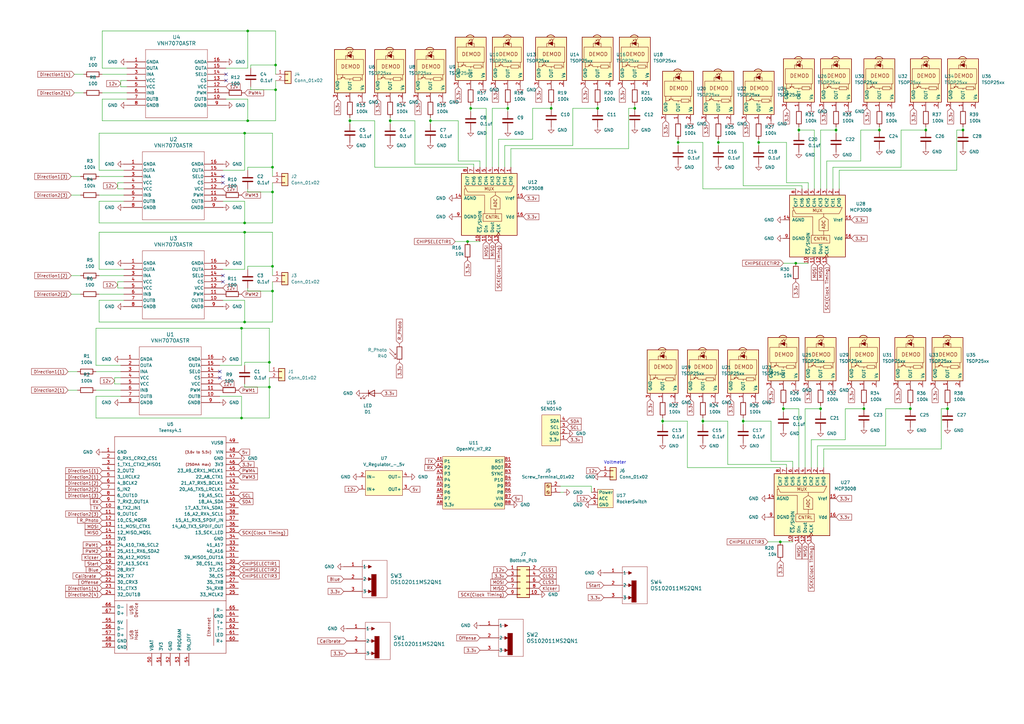
<source format=kicad_sch>
(kicad_sch (version 20231120) (generator "eeschema") (generator_version "8.0")
  (paper "A3")
  (junction (at 160.02 49.53))
  (junction (at 260.35 44.45))
  (junction (at 327.66 53.34))
  (junction (at 176.53 49.53))
  (junction (at 278.13 58.42))
  (junction (at 373.38 167.64))
  (junction (at 193.04 44.45))
  (junction (at 111.76 119.38))
  (junction (at 288.29 172.72))
  (junction (at 388.62 167.64))
  (junction (at 100.33 95.25))
  (junction (at 111.76 68.58))
  (junction (at 311.15 58.42))
  (junction (at 113.03 26.67))
  (junction (at 271.78 172.72))
  (junction (at 143.51 49.53))
  (junction (at 110.49 158.75))
  (junction (at 245.11 44.45))
  (junction (at 304.8 172.72))
  (junction (at 100.33 54.61))
  (junction (at 326.39 107.95))
  (junction (at 99.06 171.45))
  (junction (at 110.49 148.59))
  (junction (at 394.97 53.34))
  (junction (at 113.03 36.83))
  (junction (at 320.04 222.25))
  (junction (at 191.77 99.06))
  (junction (at 294.64 58.42))
  (junction (at 111.76 78.74))
  (junction (at 101.6 49.53))
  (junction (at 208.28 44.45))
  (junction (at 111.76 109.22))
  (junction (at 101.6 12.7))
  (junction (at 321.31 167.64))
  (junction (at 360.68 53.34))
  (junction (at 99.06 134.62))
  (junction (at 100.33 91.44))
  (junction (at 379.73 53.34))
  (junction (at 226.06 44.45))
  (junction (at 342.9 53.34))
  (junction (at 354.33 167.64))
  (junction (at 336.55 167.64))
  (junction (at 100.33 132.08))
  (no_connect (at 92.71 33.02))
  (no_connect (at 90.17 152.4))
  (no_connect (at 92.71 30.48))
  (no_connect (at 91.44 115.57))
  (no_connect (at 91.44 72.39))
  (no_connect (at 91.44 113.03))
  (no_connect (at 90.17 154.94))
  (no_connect (at 91.44 74.93))
  (wire (pts (xy 196.85 66.04) (xy 196.85 68.58)))
  (wire (pts (xy 50.8 77.47) (xy 48.26 77.47)))
  (wire (pts (xy 30.48 38.1) (xy 34.29 38.1)))
  (wire (pts (xy 304.8 172.72) (xy 316.23 172.72)))
  (wire (pts (xy 153.67 68.58) (xy 191.77 68.58)))
  (wire (pts (xy 229.87 201.93) (xy 231.14 201.93)))
  (wire (pts (xy 354.33 166.37) (xy 354.33 167.64)))
  (wire (pts (xy 176.53 48.26) (xy 176.53 49.53)))
  (wire (pts (xy 322.58 58.42) (xy 322.58 74.93)))
  (wire (pts (xy 187.96 66.04) (xy 196.85 66.04)))
  (wire (pts (xy 336.55 53.34) (xy 336.55 77.47)))
  (wire (pts (xy 99.06 134.62) (xy 110.49 134.62)))
  (wire (pts (xy 199.39 44.45) (xy 199.39 68.58)))
  (wire (pts (xy 101.6 68.58) (xy 101.6 69.85)))
  (wire (pts (xy 50.8 115.57) (xy 48.26 115.57)))
  (wire (pts (xy 344.17 69.85) (xy 392.43 69.85)))
  (wire (pts (xy 40.64 80.01) (xy 50.8 80.01)))
  (wire (pts (xy 245.11 44.45) (xy 245.11 43.18)))
  (wire (pts (xy 111.76 54.61) (xy 111.76 68.58)))
  (wire (pts (xy 193.04 44.45) (xy 193.04 45.72)))
  (wire (pts (xy 170.18 49.53) (xy 170.18 67.31)))
  (wire (pts (xy 326.39 107.95) (xy 331.47 107.95)))
  (wire (pts (xy 111.76 109.22) (xy 111.76 113.03)))
  (wire (pts (xy 39.37 152.4) (xy 49.53 152.4)))
  (wire (pts (xy 40.64 132.08) (xy 40.64 123.19)))
  (wire (pts (xy 288.29 58.42) (xy 288.29 77.47)))
  (wire (pts (xy 218.44 57.15) (xy 218.44 44.45)))
  (wire (pts (xy 153.67 49.53) (xy 153.67 68.58)))
  (wire (pts (xy 304.8 58.42) (xy 304.8 76.2)))
  (wire (pts (xy 288.29 77.47) (xy 326.39 77.47)))
  (wire (pts (xy 110.49 148.59) (xy 100.33 148.59)))
  (wire (pts (xy 344.17 77.47) (xy 344.17 69.85)))
  (wire (pts (xy 278.13 57.15) (xy 278.13 58.42)))
  (wire (pts (xy 110.49 171.45) (xy 99.06 171.45)))
  (wire (pts (xy 100.33 123.19) (xy 100.33 132.08)))
  (wire (pts (xy 201.93 44.45) (xy 201.93 68.58)))
  (wire (pts (xy 176.53 49.53) (xy 187.96 49.53)))
  (wire (pts (xy 29.21 80.01) (xy 33.02 80.01)))
  (wire (pts (xy 113.03 36.83) (xy 102.87 36.83)))
  (wire (pts (xy 100.33 110.49) (xy 100.33 95.25)))
  (wire (pts (xy 100.33 69.85) (xy 100.33 54.61)))
  (wire (pts (xy 321.31 167.64) (xy 327.66 167.64)))
  (wire (pts (xy 91.44 69.85) (xy 100.33 69.85)))
  (wire (pts (xy 257.81 60.96) (xy 257.81 44.45)))
  (wire (pts (xy 294.64 57.15) (xy 294.64 58.42)))
  (wire (pts (xy 27.94 160.02) (xy 31.75 160.02)))
  (wire (pts (xy 331.47 74.93) (xy 331.47 77.47)))
  (wire (pts (xy 50.8 74.93) (xy 48.26 74.93)))
  (wire (pts (xy 342.9 53.34) (xy 342.9 54.61)))
  (wire (pts (xy 110.49 154.94) (xy 110.49 158.75)))
  (wire (pts (xy 49.53 33.02) (xy 49.53 35.56)))
  (wire (pts (xy 208.28 43.18) (xy 208.28 44.45)))
  (wire (pts (xy 342.9 53.34) (xy 336.55 53.34)))
  (wire (pts (xy 102.87 26.67) (xy 102.87 27.94)))
  (wire (pts (xy 281.94 172.72) (xy 281.94 191.77)))
  (wire (pts (xy 40.64 120.65) (xy 50.8 120.65)))
  (wire (pts (xy 346.71 167.64) (xy 354.33 167.64)))
  (wire (pts (xy 229.87 199.39) (xy 242.57 199.39)))
  (wire (pts (xy 386.08 167.64) (xy 388.62 167.64)))
  (wire (pts (xy 271.78 172.72) (xy 281.94 172.72)))
  (wire (pts (xy 278.13 58.42) (xy 288.29 58.42)))
  (wire (pts (xy 341.63 68.58) (xy 369.57 68.58)))
  (wire (pts (xy 111.76 115.57) (xy 111.76 119.38)))
  (wire (pts (xy 143.51 49.53) (xy 143.51 50.8)))
  (wire (pts (xy 257.81 44.45) (xy 260.35 44.45)))
  (wire (pts (xy 111.76 95.25) (xy 111.76 109.22)))
  (wire (pts (xy 100.33 91.44) (xy 40.64 91.44)))
  (wire (pts (xy 100.33 132.08) (xy 40.64 132.08)))
  (wire (pts (xy 92.71 27.94) (xy 101.6 27.94)))
  (wire (pts (xy 41.91 49.53) (xy 41.91 40.64)))
  (wire (pts (xy 143.51 49.53) (xy 153.67 49.53)))
  (wire (pts (xy 27.94 152.4) (xy 31.75 152.4)))
  (wire (pts (xy 111.76 74.93) (xy 111.76 78.74)))
  (wire (pts (xy 394.97 52.07) (xy 394.97 53.34)))
  (wire (pts (xy 327.66 53.34) (xy 327.66 54.61)))
  (wire (pts (xy 327.66 52.07) (xy 327.66 53.34)))
  (wire (pts (xy 100.33 82.55) (xy 100.33 91.44)))
  (wire (pts (xy 92.71 40.64) (xy 101.6 40.64)))
  (wire (pts (xy 113.03 12.7) (xy 113.03 26.67)))
  (wire (pts (xy 110.49 134.62) (xy 110.49 148.59)))
  (wire (pts (xy 113.03 49.53) (xy 101.6 49.53)))
  (wire (pts (xy 49.53 154.94) (xy 46.99 154.94)))
  (wire (pts (xy 311.15 57.15) (xy 311.15 58.42)))
  (wire (pts (xy 278.13 58.42) (xy 278.13 59.69)))
  (wire (pts (xy 288.29 172.72) (xy 298.45 172.72)))
  (wire (pts (xy 191.77 99.06) (xy 196.85 99.06)))
  (wire (pts (xy 335.28 182.88) (xy 363.22 182.88)))
  (wire (pts (xy 186.69 99.06) (xy 191.77 99.06)))
  (wire (pts (xy 208.28 44.45) (xy 208.28 45.72)))
  (wire (pts (xy 50.8 69.85) (xy 40.64 69.85)))
  (wire (pts (xy 281.94 191.77) (xy 320.04 191.77)))
  (wire (pts (xy 40.64 95.25) (xy 100.33 95.25)))
  (wire (pts (xy 298.45 172.72) (xy 298.45 190.5)))
  (wire (pts (xy 40.64 113.03) (xy 50.8 113.03)))
  (wire (pts (xy 311.15 58.42) (xy 311.15 59.69)))
  (wire (pts (xy 328.93 76.2) (xy 328.93 77.47)))
  (wire (pts (xy 50.8 110.49) (xy 40.64 110.49)))
  (wire (pts (xy 52.07 33.02) (xy 49.53 33.02)))
  (wire (pts (xy 41.91 12.7) (xy 41.91 27.94)))
  (wire (pts (xy 91.44 82.55) (xy 100.33 82.55)))
  (wire (pts (xy 363.22 182.88) (xy 363.22 167.64)))
  (wire (pts (xy 260.35 43.18) (xy 260.35 44.45)))
  (wire (pts (xy 392.43 69.85) (xy 392.43 53.34)))
  (wire (pts (xy 304.8 171.45) (xy 304.8 172.72)))
  (wire (pts (xy 110.49 158.75) (xy 110.49 171.45)))
  (wire (pts (xy 320.04 222.25) (xy 325.12 222.25)))
  (wire (pts (xy 40.64 95.25) (xy 40.64 110.49)))
  (wire (pts (xy 218.44 44.45) (xy 226.06 44.45)))
  (wire (pts (xy 111.76 78.74) (xy 111.76 91.44)))
  (wire (pts (xy 99.06 162.56) (xy 99.06 171.45)))
  (wire (pts (xy 101.6 109.22) (xy 101.6 110.49)))
  (wire (pts (xy 321.31 167.64) (xy 321.31 168.91)))
  (wire (pts (xy 332.74 191.77) (xy 332.74 180.34)))
  (wire (pts (xy 335.28 191.77) (xy 335.28 182.88)))
  (wire (pts (xy 101.6 49.53) (xy 41.91 49.53)))
  (wire (pts (xy 113.03 33.02) (xy 113.03 36.83)))
  (wire (pts (xy 111.76 132.08) (xy 100.33 132.08)))
  (wire (pts (xy 40.64 54.61) (xy 40.64 69.85)))
  (wire (pts (xy 110.49 158.75) (xy 100.33 158.75)))
  (wire (pts (xy 39.37 160.02) (xy 49.53 160.02)))
  (wire (pts (xy 41.91 30.48) (xy 52.07 30.48)))
  (wire (pts (xy 321.31 166.37) (xy 321.31 167.64)))
  (wire (pts (xy 100.33 54.61) (xy 111.76 54.61)))
  (wire (pts (xy 294.64 58.42) (xy 304.8 58.42)))
  (wire (pts (xy 294.64 58.42) (xy 294.64 59.69)))
  (wire (pts (xy 39.37 171.45) (xy 39.37 162.56)))
  (wire (pts (xy 29.21 120.65) (xy 33.02 120.65)))
  (wire (pts (xy 111.76 68.58) (xy 101.6 68.58)))
  (wire (pts (xy 330.2 167.64) (xy 330.2 191.77)))
  (wire (pts (xy 40.64 72.39) (xy 50.8 72.39)))
  (wire (pts (xy 234.95 44.45) (xy 245.11 44.45)))
  (wire (pts (xy 316.23 172.72) (xy 316.23 189.23)))
  (wire (pts (xy 187.96 49.53) (xy 187.96 66.04)))
  (wire (pts (xy 111.76 119.38) (xy 101.6 119.38)))
  (wire (pts (xy 304.8 76.2) (xy 328.93 76.2)))
  (wire (pts (xy 101.6 119.38) (xy 101.6 118.11)))
  (wire (pts (xy 209.55 68.58) (xy 209.55 60.96)))
  (wire (pts (xy 379.73 53.34) (xy 379.73 52.07)))
  (wire (pts (xy 288.29 171.45) (xy 288.29 172.72)))
  (wire (pts (xy 100.33 158.75) (xy 100.33 157.48)))
  (wire (pts (xy 110.49 148.59) (xy 110.49 152.4)))
  (wire (pts (xy 29.21 113.03) (xy 33.02 113.03)))
  (wire (pts (xy 40.64 123.19) (xy 50.8 123.19)))
  (wire (pts (xy 91.44 123.19) (xy 100.33 123.19)))
  (wire (pts (xy 90.17 162.56) (xy 99.06 162.56)))
  (wire (pts (xy 49.53 149.86) (xy 39.37 149.86)))
  (wire (pts (xy 41.91 12.7) (xy 101.6 12.7)))
  (wire (pts (xy 176.53 49.53) (xy 176.53 50.8)))
  (wire (pts (xy 193.04 43.18) (xy 193.04 44.45)))
  (wire (pts (xy 388.62 166.37) (xy 388.62 167.64)))
  (wire (pts (xy 336.55 167.64) (xy 330.2 167.64)))
  (wire (pts (xy 392.43 53.34) (xy 394.97 53.34)))
  (wire (pts (xy 288.29 172.72) (xy 288.29 173.99)))
  (wire (pts (xy 113.03 26.67) (xy 102.87 26.67)))
  (wire (pts (xy 101.6 40.64) (xy 101.6 49.53)))
  (wire (pts (xy 204.47 57.15) (xy 218.44 57.15)))
  (wire (pts (xy 322.58 74.93) (xy 331.47 74.93)))
  (wire (pts (xy 101.6 27.94) (xy 101.6 12.7)))
  (wire (pts (xy 90.17 149.86) (xy 99.06 149.86)))
  (wire (pts (xy 29.21 72.39) (xy 33.02 72.39)))
  (wire (pts (xy 40.64 54.61) (xy 100.33 54.61)))
  (wire (pts (xy 346.71 180.34) (xy 346.71 167.64)))
  (wire (pts (xy 325.12 189.23) (xy 325.12 191.77)))
  (wire (pts (xy 207.01 59.69) (xy 234.95 59.69)))
  (wire (pts (xy 327.66 53.34) (xy 334.01 53.34)))
  (wire (pts (xy 100.33 148.59) (xy 100.33 149.86)))
  (wire (pts (xy 40.64 82.55) (xy 50.8 82.55)))
  (wire (pts (xy 193.04 44.45) (xy 199.39 44.45)))
  (wire (pts (xy 360.68 52.07) (xy 360.68 53.34)))
  (wire (pts (xy 39.37 134.62) (xy 99.06 134.62)))
  (wire (pts (xy 322.58 190.5) (xy 322.58 191.77)))
  (wire (pts (xy 226.06 43.18) (xy 226.06 44.45)))
  (wire (pts (xy 99.06 171.45) (xy 39.37 171.45)))
  (wire (pts (xy 353.06 66.04) (xy 353.06 53.34)))
  (wire (pts (xy 52.07 35.56) (xy 49.53 35.56)))
  (wire (pts (xy 111.76 78.74) (xy 101.6 78.74)))
  (wire (pts (xy 101.6 78.74) (xy 101.6 77.47)))
  (wire (pts (xy 41.91 38.1) (xy 52.07 38.1)))
  (wire (pts (xy 339.09 77.47) (xy 339.09 66.04)))
  (wire (pts (xy 204.47 68.58) (xy 204.47 57.15)))
  (wire (pts (xy 194.31 67.31) (xy 194.31 68.58)))
  (wire (pts (xy 208.28 44.45) (xy 201.93 44.45)))
  (wire (pts (xy 386.08 184.15) (xy 386.08 167.64)))
  (wire (pts (xy 30.48 30.48) (xy 34.29 30.48)))
  (wire (pts (xy 336.55 166.37) (xy 336.55 167.64)))
  (wire (pts (xy 111.76 91.44) (xy 100.33 91.44)))
  (wire (pts (xy 100.33 95.25) (xy 111.76 95.25)))
  (wire (pts (xy 304.8 172.72) (xy 304.8 173.99)))
  (wire (pts (xy 111.76 68.58) (xy 111.76 72.39)))
  (wire (pts (xy 334.01 53.34) (xy 334.01 77.47)))
  (wire (pts (xy 321.31 107.95) (xy 326.39 107.95)))
  (wire (pts (xy 41.91 40.64) (xy 52.07 40.64)))
  (wire (pts (xy 160.02 49.53) (xy 170.18 49.53)))
  (wire (pts (xy 314.96 222.25) (xy 320.04 222.25)))
  (wire (pts (xy 160.02 49.53) (xy 160.02 50.8)))
  (wire (pts (xy 234.95 59.69) (xy 234.95 44.45)))
  (wire (pts (xy 242.57 199.39) (xy 242.57 201.93)))
  (wire (pts (xy 209.55 60.96) (xy 257.81 60.96)))
  (wire (pts (xy 99.06 149.86) (xy 99.06 134.62)))
  (wire (pts (xy 102.87 36.83) (xy 102.87 35.56)))
  (wire (pts (xy 311.15 58.42) (xy 322.58 58.42)))
  (wire (pts (xy 91.44 110.49) (xy 100.33 110.49)))
  (wire (pts (xy 373.38 167.64) (xy 373.38 166.37)))
  (wire (pts (xy 271.78 172.72) (xy 271.78 173.99)))
  (wire (pts (xy 40.64 91.44) (xy 40.64 82.55)))
  (wire (pts (xy 52.07 27.94) (xy 41.91 27.94)))
  (wire (pts (xy 48.26 74.93) (xy 48.26 77.47)))
  (wire (pts (xy 363.22 167.64) (xy 373.38 167.64)))
  (wire (pts (xy 327.66 167.64) (xy 327.66 191.77)))
  (wire (pts (xy 316.23 189.23) (xy 325.12 189.23)))
  (wire (pts (xy 143.51 48.26) (xy 143.51 49.53)))
  (wire (pts (xy 50.8 118.11) (xy 48.26 118.11)))
  (wire (pts (xy 298.45 190.5) (xy 322.58 190.5)))
  (wire (pts (xy 332.74 180.34) (xy 346.71 180.34)))
  (wire (pts (xy 337.82 191.77) (xy 337.82 184.15)))
  (wire (pts (xy 336.55 167.64) (xy 336.55 168.91)))
  (wire (pts (xy 46.99 154.94) (xy 46.99 157.48)))
  (wire (pts (xy 113.03 36.83) (xy 113.03 49.53)))
  (wire (pts (xy 48.26 115.57) (xy 48.26 118.11)))
  (wire (pts (xy 113.03 26.67) (xy 113.03 30.48)))
  (wire (pts (xy 111.76 119.38) (xy 111.76 132.08)))
  (wire (pts (xy 170.18 67.31) (xy 194.31 67.31)))
  (wire (pts (xy 341.63 77.47) (xy 341.63 68.58)))
  (wire (pts (xy 160.02 48.26) (xy 160.02 49.53)))
  (wire (pts (xy 369.57 68.58) (xy 369.57 53.34)))
  (wire (pts (xy 271.78 171.45) (xy 271.78 172.72)))
  (wire (pts (xy 339.09 66.04) (xy 353.06 66.04)))
  (wire (pts (xy 369.57 53.34) (xy 379.73 53.34)))
  (wire (pts (xy 49.53 157.48) (xy 46.99 157.48)))
  (wire (pts (xy 101.6 12.7) (xy 113.03 12.7)))
  (wire (pts (xy 111.76 109.22) (xy 101.6 109.22)))
  (wire (pts (xy 39.37 162.56) (xy 49.53 162.56)))
  (wire (pts (xy 342.9 52.07) (xy 342.9 53.34)))
  (wire (pts (xy 337.82 184.15) (xy 386.08 184.15)))
  (wire (pts (xy 207.01 68.58) (xy 207.01 59.69)))
  (wire (pts (xy 353.06 53.34) (xy 360.68 53.34)))
  (wire (pts (xy 39.37 134.62) (xy 39.37 149.86)))
  (text "Voltmeter\n" (at 247.65 190.5 0) (effects (font (size 1.27 1.27)) (justify left bottom)))
  (global_label "12v" (shape input) (at 92.71 35.56 0) (property "Intersheetrefs" "${INTERSHEET_REFS}" (effects (hide yes))))
  (global_label "3.3v" (shape input) (at 322.58 44.45 270) (property "Intersheetrefs" "${INTERSHEET_REFS}" (effects (hide yes))))
  (global_label "3.3v" (shape input) (at 316.23 158.75 270) (property "Intersheetrefs" "${INTERSHEET_REFS}" (effects (hide yes))))
  (global_label "12v" (shape input) (at 91.44 118.11 0) (property "Intersheetrefs" "${INTERSHEET_REFS}" (effects (hide yes))))
  (global_label "3.3v" (shape input) (at 368.3 158.75 270) (property "Intersheetrefs" "${INTERSHEET_REFS}" (effects (hide yes))))
  (global_label "3.3v" (shape input) (at 331.47 158.75 270) (property "Intersheetrefs" "${INTERSHEET_REFS}" (effects (hide yes))))
  (global_label "PWM4" (shape input) (at 97.79 193.04 0) (property "Intersheetrefs" "${INTERSHEET_REFS}" (effects (hide yes))))
  (global_label "SDA" (shape input) (at 232.41 172.72 0) (property "Intersheetrefs" "${INTERSHEET_REFS}" (effects (hide yes))))
  (global_label "3.3v" (shape input) (at 326.39 115.57 270) (property "Intersheetrefs" "${INTERSHEET_REFS}" (effects (hide yes))))
  (global_label "3.3v" (shape input) (at 255.27 35.56 270) (property "Intersheetrefs" "${INTERSHEET_REFS}" (effects (hide yes))))
  (global_label "3.3v" (shape input) (at 289.56 49.53 270) (property "Intersheetrefs" "${INTERSHEET_REFS}" (effects (hide yes))))
  (global_label "MOSI" (shape input) (at 327.66 222.25 270) (property "Intersheetrefs" "${INTERSHEET_REFS}" (effects (hide yes))))
  (global_label "3.3v" (shape input) (at 208.28 236.22 180) (property "Intersheetrefs" "${INTERSHEET_REFS}" (effects (hide yes))))
  (global_label "MOSI" (shape input) (at 334.01 107.95 270) (property "Intersheetrefs" "${INTERSHEET_REFS}" (effects (hide yes))))
  (global_label "Start" (shape input) (at 247.65 240.03 180) (property "Intersheetrefs" "${INTERSHEET_REFS}" (effects (hide yes))))
  (global_label "3.3v" (shape input) (at 187.96 35.56 270) (property "Intersheetrefs" "${INTERSHEET_REFS}" (effects (hide yes))))
  (global_label "3.3v" (shape input) (at 191.77 106.68 270) (property "Intersheetrefs" "${INTERSHEET_REFS}" (effects (hide yes))))
  (global_label "Direction1(3)" (shape input) (at 29.21 72.39 180) (property "Intersheetrefs" "${INTERSHEET_REFS}" (effects (hide yes))))
  (global_label "3.3v" (shape input) (at 171.45 40.64 270) (property "Intersheetrefs" "${INTERSHEET_REFS}" (effects (hide yes))))
  (global_label "PWM2" (shape input) (at 41.91 226.06 180) (property "Intersheetrefs" "${INTERSHEET_REFS}" (effects (hide yes))))
  (global_label "SCL" (shape input) (at 97.79 203.2 0) (property "Intersheetrefs" "${INTERSHEET_REFS}" (effects (hide yes))))
  (global_label "3.3v" (shape input) (at 337.82 44.45 270) (property "Intersheetrefs" "${INTERSHEET_REFS}" (effects (hide yes))))
  (global_label "MISO" (shape input) (at 208.28 241.3 180) (property "Intersheetrefs" "${INTERSHEET_REFS}" (effects (hide yes))))
  (global_label "12v" (shape input) (at 208.28 233.68 180) (property "Intersheetrefs" "${INTERSHEET_REFS}" (effects (hide yes))))
  (global_label "SDA" (shape input) (at 97.79 205.74 0) (property "Intersheetrefs" "${INTERSHEET_REFS}" (effects (hide yes))))
  (global_label "Direction2(3)" (shape input) (at 41.91 210.82 180) (property "Intersheetrefs" "${INTERSHEET_REFS}" (effects (hide yes))))
  (global_label "3.3v" (shape input) (at 355.6 44.45 270) (property "Intersheetrefs" "${INTERSHEET_REFS}" (effects (hide yes))))
  (global_label "MISO" (shape input) (at 330.2 222.25 270) (property "Intersheetrefs" "${INTERSHEET_REFS}" (effects (hide yes))))
  (global_label "3.3v" (shape input) (at 247.65 245.11 180) (property "Intersheetrefs" "${INTERSHEET_REFS}" (effects (hide yes))))
  (global_label "MISO" (shape input) (at 201.93 99.06 270) (property "Intersheetrefs" "${INTERSHEET_REFS}" (effects (hide yes))))
  (global_label "3.3v" (shape input) (at 156.21 161.29 0) (property "Intersheetrefs" "${INTERSHEET_REFS}" (effects (hide yes))))
  (global_label "3.3v" (shape input) (at 138.43 40.64 270) (property "Intersheetrefs" "${INTERSHEET_REFS}" (effects (hide yes))))
  (global_label "Direction1(1)" (shape input) (at 41.91 193.04 180) (property "Intersheetrefs" "${INTERSHEET_REFS}" (effects (hide yes))))
  (global_label "12v" (shape input) (at 49.53 34.29 180) (property "Intersheetrefs" "${INTERSHEET_REFS}" (effects (hide yes))))
  (global_label "Blue" (shape input) (at 41.91 233.68 180) (property "Intersheetrefs" "${INTERSHEET_REFS}" (effects (hide yes))))
  (global_label "Kicker" (shape input) (at 220.98 241.3 0) (property "Intersheetrefs" "${INTERSHEET_REFS}" (effects (hide yes))))
  (global_label "SCL" (shape input) (at 232.41 175.26 0) (property "Intersheetrefs" "${INTERSHEET_REFS}" (effects (hide yes))))
  (global_label "PWM4" (shape input) (at 100.33 38.1 0) (property "Intersheetrefs" "${INTERSHEET_REFS}" (effects (hide yes))))
  (global_label "3.3v" (shape input) (at 299.72 163.83 270) (property "Intersheetrefs" "${INTERSHEET_REFS}" (effects (hide yes))))
  (global_label "3.3v" (shape input) (at 214.63 88.9 0) (property "Intersheetrefs" "${INTERSHEET_REFS}" (effects (hide yes))))
  (global_label "12v" (shape input) (at 246.38 193.04 180) (property "Intersheetrefs" "${INTERSHEET_REFS}" (effects (hide yes))))
  (global_label "CLS1" (shape input) (at 220.98 233.68 0) (property "Intersheetrefs" "${INTERSHEET_REFS}" (effects (hide yes))))
  (global_label "PWM3" (shape input) (at 97.79 195.58 0) (property "Intersheetrefs" "${INTERSHEET_REFS}" (effects (hide yes))))
  (global_label "3.3v" (shape input) (at 349.25 90.17 0) (property "Intersheetrefs" "${INTERSHEET_REFS}" (effects (hide yes))))
  (global_label "3.3v" (shape input) (at 342.9 204.47 0) (property "Intersheetrefs" "${INTERSHEET_REFS}" (effects (hide yes))))
  (global_label "SCK(Clock Timing)" (shape input) (at 208.28 243.84 180) (property "Intersheetrefs" "${INTERSHEET_REFS}" (effects (hide yes))))
  (global_label "3.3v" (shape input) (at 383.54 158.75 270) (property "Intersheetrefs" "${INTERSHEET_REFS}" (effects (hide yes))))
  (global_label "CHIPSELECTIR2" (shape input) (at 97.79 233.68 0) (property "Intersheetrefs" "${INTERSHEET_REFS}" (effects (hide yes))))
  (global_label "12v" (shape input) (at 147.32 200.66 180) (property "Intersheetrefs" "${INTERSHEET_REFS}" (effects (hide yes))))
  (global_label "3.3v" (shape input) (at 283.21 163.83 270) (property "Intersheetrefs" "${INTERSHEET_REFS}" (effects (hide yes))))
  (global_label "3.3v" (shape input) (at 203.2 35.56 270) (property "Intersheetrefs" "${INTERSHEET_REFS}" (effects (hide yes))))
  (global_label "CHIPSELECTIR3" (shape input) (at 97.79 236.22 0) (property "Intersheetrefs" "${INTERSHEET_REFS}" (effects (hide yes))))
  (global_label "TX" (shape input) (at 41.91 208.28 180) (property "Intersheetrefs" "${INTERSHEET_REFS}" (effects (hide yes))))
  (global_label "3.3v" (shape input) (at 349.25 97.79 0) (property "Intersheetrefs" "${INTERSHEET_REFS}" (effects (hide yes))))
  (global_label "PWM3" (shape input) (at 99.06 80.01 0) (property "Intersheetrefs" "${INTERSHEET_REFS}" (effects (hide yes))))
  (global_label "PWM2" (shape input) (at 99.06 120.65 0) (property "Intersheetrefs" "${INTERSHEET_REFS}" (effects (hide yes))))
  (global_label "MISO" (shape input) (at 41.91 218.44 180) (property "Intersheetrefs" "${INTERSHEET_REFS}" (effects (hide yes))))
  (global_label "Start" (shape input) (at 41.91 231.14 180) (property "Intersheetrefs" "${INTERSHEET_REFS}" (effects (hide yes))))
  (global_label "3.3v" (shape input) (at 142.24 267.97 180) (property "Intersheetrefs" "${INTERSHEET_REFS}" (effects (hide yes))))
  (global_label "PWM1" (shape input) (at 97.79 160.02 0) (property "Intersheetrefs" "${INTERSHEET_REFS}" (effects (hide yes))))
  (global_label "Blue" (shape input) (at 140.97 237.49 180) (property "Intersheetrefs" "${INTERSHEET_REFS}" (effects (hide yes))))
  (global_label "CHIPSELECTIR2" (shape input) (at 321.31 107.95 180) (property "Intersheetrefs" "${INTERSHEET_REFS}" (effects (hide yes))))
  (global_label "3.3v" (shape input) (at 196.85 266.7 180) (property "Intersheetrefs" "${INTERSHEET_REFS}" (effects (hide yes))))
  (global_label "CHIPSELECTIR1" (shape input) (at 186.69 99.06 180) (property "Intersheetrefs" "${INTERSHEET_REFS}" (effects (hide yes))))
  (global_label "12v" (shape input) (at 91.44 77.47 0) (property "Intersheetrefs" "${INTERSHEET_REFS}" (effects (hide yes))))
  (global_label "CHIPSELECTIR3" (shape input) (at 314.96 222.25 180) (property "Intersheetrefs" "${INTERSHEET_REFS}" (effects (hide yes))))
  (global_label "3.3v" (shape input) (at 320.04 229.87 270) (property "Intersheetrefs" "${INTERSHEET_REFS}" (effects (hide yes))))
  (global_label "3.3v" (shape input) (at 220.98 35.56 270) (property "Intersheetrefs" "${INTERSHEET_REFS}" (effects (hide yes))))
  (global_label "3.3v" (shape input) (at 154.94 40.64 270) (property "Intersheetrefs" "${INTERSHEET_REFS}" (effects (hide yes))))
  (global_label "3.3v" (shape input) (at 163.83 148.59 270) (property "Intersheetrefs" "${INTERSHEET_REFS}" (effects (hide yes))))
  (global_label "Direction2(1)" (shape input) (at 27.94 160.02 180) (property "Intersheetrefs" "${INTERSHEET_REFS}" (effects (hide yes))))
  (global_label "Kicker" (shape input) (at 41.91 228.6 180) (property "Intersheetrefs" "${INTERSHEET_REFS}" (effects (hide yes))))
  (global_label "12v" (shape input) (at 48.26 76.2 180) (property "Intersheetrefs" "${INTERSHEET_REFS}" (effects (hide yes))))
  (global_label "3.3v" (shape input) (at 232.41 180.34 0) (property "Intersheetrefs" "${INTERSHEET_REFS}" (effects (hide yes))))
  (global_label "MISO" (shape input) (at 336.55 107.95 270) (property "Intersheetrefs" "${INTERSHEET_REFS}" (effects (hide yes))))
  (global_label "Calibrate " (shape input) (at 41.91 236.22 180) (property "Intersheetrefs" "${INTERSHEET_REFS}" (effects (hide yes))))
  (global_label "SCK(Clock Timing)" (shape input) (at 332.74 222.25 270) (property "Intersheetrefs" "${INTERSHEET_REFS}" (effects (hide yes))))
  (global_label "12v" (shape input) (at 46.99 156.21 180) (property "Intersheetrefs" "${INTERSHEET_REFS}" (effects (hide yes))))
  (global_label "Offense" (shape input) (at 196.85 261.62 180) (property "Intersheetrefs" "${INTERSHEET_REFS}" (effects (hide yes))))
  (global_label "5v" (shape input) (at 209.55 204.47 0) (property "Intersheetrefs" "${INTERSHEET_REFS}" (effects (hide yes))))
  (global_label "Direction1(1)" (shape input) (at 27.94 152.4 180) (property "Intersheetrefs" "${INTERSHEET_REFS}" (effects (hide yes))))
  (global_label "RX" (shape input) (at 41.91 205.74 180) (property "Intersheetrefs" "${INTERSHEET_REFS}" (effects (hide yes))))
  (global_label "12v" (shape input) (at 242.57 204.47 180) (property "Intersheetrefs" "${INTERSHEET_REFS}" (effects (hide yes))))
  (global_label "SCK(Clock Timing)" (shape input) (at 339.09 107.95 270) (property "Intersheetrefs" "${INTERSHEET_REFS}" (effects (hide yes))))
  (global_label "Direction1(2)" (shape input) (at 29.21 113.03 180) (property "Intersheetrefs" "${INTERSHEET_REFS}" (effects (hide yes))))
  (global_label "TX" (shape input) (at 179.07 189.23 180) (property "Intersheetrefs" "${INTERSHEET_REFS}" (effects (hide yes))))
  (global_label "3.3v" (shape input) (at 306.07 49.53 270) (property "Intersheetrefs" "${INTERSHEET_REFS}" (effects (hide yes))))
  (global_label "12v" (shape input) (at 48.26 116.84 180) (property "Intersheetrefs" "${INTERSHEET_REFS}" (effects (hide yes))))
  (global_label "SCK(Clock Timing)" (shape input) (at 97.79 218.44 0) (property "Intersheetrefs" "${INTERSHEET_REFS}" (effects (hide yes))))
  (global_label "3.3v" (shape input) (at 273.05 49.53 270) (property "Intersheetrefs" "${INTERSHEET_REFS}" (effects (hide yes))))
  (global_label "MOSI" (shape input) (at 41.91 215.9 180) (property "Intersheetrefs" "${INTERSHEET_REFS}" (effects (hide yes))))
  (global_label "Direction1(4)" (shape input) (at 41.91 241.3 180) (property "Intersheetrefs" "${INTERSHEET_REFS}" (effects (hide yes))))
  (global_label "5v" (shape input) (at 167.64 200.66 0) (property "Intersheetrefs" "${INTERSHEET_REFS}" (effects (hide yes))))
  (global_label "3.3v" (shape input) (at 389.89 44.45 270) (property "Intersheetrefs" "${INTERSHEET_REFS}" (effects (hide yes))))
  (global_label "Direction1(4)" (shape input) (at 30.48 30.48 180) (property "Intersheetrefs" "${INTERSHEET_REFS}" (effects (hide yes))))
  (global_label "CHIPSELECTIR1" (shape input) (at 97.79 231.14 0) (property "Intersheetrefs" "${INTERSHEET_REFS}" (effects (hide yes))))
  (global_label "Direction2(2)" (shape input) (at 29.21 120.65 180) (property "Intersheetrefs" "${INTERSHEET_REFS}" (effects (hide yes))))
  (global_label "MOSI" (shape input) (at 199.39 99.06 270) (property "Intersheetrefs" "${INTERSHEET_REFS}" (effects (hide yes))))
  (global_label "SCK(Clock Timing)" (shape input) (at 204.47 99.06 270) (property "Intersheetrefs" "${INTERSHEET_REFS}" (effects (hide yes))))
  (global_label "MOSI" (shape input) (at 208.28 238.76 180) (property "Intersheetrefs" "${INTERSHEET_REFS}" (effects (hide yes))))
  (global_label "Direction1(2)" (shape input) (at 41.91 198.12 180) (property "Intersheetrefs" "${INTERSHEET_REFS}" (effects (hide yes))))
  (global_label "3.3v" (shape input) (at 97.79 190.5 0) (property "Intersheetrefs" "${INTERSHEET_REFS}" (effects (hide yes))))
  (global_label "3.3v" (shape input) (at 214.63 81.28 0) (property "Intersheetrefs" "${INTERSHEET_REFS}" (effects (hide yes))))
  (global_label "5v" (shape input) (at 97.79 185.42 0) (property "Intersheetrefs" "${INTERSHEET_REFS}" (effects (hide yes))))
  (global_label "Offense" (shape input) (at 41.91 238.76 180) (property "Intersheetrefs" "${INTERSHEET_REFS}" (effects (hide yes))))
  (global_label "3.3v" (shape input) (at 349.25 158.75 270) (property "Intersheetrefs" "${INTERSHEET_REFS}" (effects (hide yes))))
  (global_label "Direction2(4)" (shape input) (at 30.48 38.1 180) (property "Intersheetrefs" "${INTERSHEET_REFS}" (effects (hide yes))))
  (global_label "3.3v" (shape input) (at 240.03 35.56 270) (property "Intersheetrefs" "${INTERSHEET_REFS}" (effects (hide yes))))
  (global_label "Direction1(3)" (shape input) (at 41.91 203.2 180) (property "Intersheetrefs" "${INTERSHEET_REFS}" (effects (hide yes))))
  (global_label "3.3v" (shape input) (at 140.97 242.57 180) (property "Intersheetrefs" "${INTERSHEET_REFS}" (effects (hide yes))))
  (global_label "3.3v" (shape input) (at 342.9 212.09 0) (property "Intersheetrefs" "${INTERSHEET_REFS}" (effects (hide yes))))
  (global_label "R_Photo" (shape input) (at 163.83 140.97 90) (property "Intersheetrefs" "${INTERSHEET_REFS}" (effects (hide yes))))
  (global_label "Calibrate " (shape input) (at 142.24 262.89 180) (property "Intersheetrefs" "${INTERSHEET_REFS}" (effects (hide yes))))
  (global_label "CLS3" (shape input) (at 220.98 238.76 0) (property "Intersheetrefs" "${INTERSHEET_REFS}" (effects (hide yes))))
  (global_label "3.3v" (shape input) (at 374.65 44.45 270) (property "Intersheetrefs" "${INTERSHEET_REFS}" (effects (hide yes))))
  (global_label "RX" (shape input) (at 179.07 191.77 180) (property "Intersheetrefs" "${INTERSHEET_REFS}" (effects (hide yes))))
  (global_label "Direction2(3)" (shape input) (at 29.21 80.01 180) (property "Intersheetrefs" "${INTERSHEET_REFS}" (effects (hide yes))))
  (global_label "Direction2(4)" (shape input) (at 41.91 243.84 180) (property "Intersheetrefs" "${INTERSHEET_REFS}" (effects (hide yes))))
  (global_label "3.3v" (shape input) (at 266.7 163.83 270) (property "Intersheetrefs" "${INTERSHEET_REFS}" (effects (hide yes))))
  (global_label "12v" (shape input) (at 90.17 157.48 0) (property "Intersheetrefs" "${INTERSHEET_REFS}" (effects (hide yes))))
  (global_label "R_Photo" (shape input) (at 41.91 213.36 180) (property "Intersheetrefs" "${INTERSHEET_REFS}" (effects (hide yes))))
  (global_label "CLS2" (shape input) (at 220.98 236.22 0) (property "Intersheetrefs" "${INTERSHEET_REFS}" (effects (hide yes))))
  (global_label "Direction2(1)" (shape input) (at 41.91 195.58 180) (property "Intersheetrefs" "${INTERSHEET_REFS}" (effects (hide yes))))
  (global_label "PWM1" (shape input) (at 41.91 223.52 180) (property "Intersheetrefs" "${INTERSHEET_REFS}" (effects (hide yes))))
  (global_label "Direction2(2)" (shape input) (at 41.91 200.66 180) (property "Intersheetrefs" "${INTERSHEET_REFS}" (effects (hide yes))))
  (symbol (lib_id "Interface_Optical:TSOP25xx") (at 373.38 148.59 270) (unit 1)
    (property "Reference" "U33" (at 381 145.5849 90) (effects (justify left)))
    (property "Value" "TSOP25xx" (at 381 148.1249 90) (effects (justify left)))
    (property "Footprint" "ir sensor:TO_SP4038_VIS" (effects (hide yes)))
    (property "Datasheet" "http://www.vishay.com/docs/82460/tsop45.pdf" (effects (hide yes)))
  )
  (symbol (lib_id "power:GND") (at 147.32 195.58 270) (unit 1)
    (property "Reference" "#PWR020" (effects (hide yes)))
    (property "Value" "GND" (at 139.7 195.58 90) (effects (justify left)))
  )
  (symbol (lib_id "Interface_Optical:TSOP25xx") (at 394.97 34.29 270) (unit 1)
    (property "Reference" "U36" (at 402.59 31.2849 90) (effects (justify left)))
    (property "Value" "TSOP25xx" (at 402.59 33.8249 90) (effects (justify left)))
    (property "Footprint" "ir sensor:TO_SP4038_VIS" (effects (hide yes)))
    (property "Datasheet" "http://www.vishay.com/docs/82460/tsop45.pdf" (effects (hide yes)))
  )
  (symbol (lib_id "Device:C") (at 354.33 171.45 0) (unit 1)
    (property "Reference" "C23" (at 358.14 170.1799 0) (effects (justify left)))
    (property "Value" "0.1uf" (effects (hide yes)))
    (property "Footprint" "Capacitor_SMD:C_0603_1608Metric_Pad1.08x0.95mm_HandSolder" (effects (hide yes)))
  )
  (symbol (lib_id "Device:R") (at 38.1 30.48 90) (unit 1)
    (property "Reference" "R7" (at 38.1 24.13 90))
    (property "Value" "100" (at 38.1 26.67 90))
    (property "Footprint" "Resistor_SMD:R_0805_2012Metric_Pad1.20x1.40mm_HandSolder" (effects (hide yes)))
    (property "Description" "Resistor" (effects (hide yes)))
  )
  (symbol (lib_id "Device:LED") (at 152.4 161.29 0) (unit 1)
    (property "Reference" "D1" (at 150.8125 168.91 0))
    (property "Value" "LED" (at 150.8125 166.37 0))
    (property "Footprint" "LED_THT:LED_D1.8mm_W1.8mm_H2.4mm_Horizontal_O1.27mm_Z1.6mm" (effects (hide yes)))
  )
  (symbol (lib_id "Device:C") (at 304.8 177.8 0) (unit 1)
    (property "Reference" "C17" (at 308.61 176.5299 0) (effects (justify left)))
    (property "Value" "0.1uf" (at 308.61 179.0699 0) (effects (justify left)))
    (property "Footprint" "Capacitor_SMD:C_0603_1608Metric_Pad1.08x0.95mm_HandSolder" (effects (hide yes)))
  )
  (symbol (lib_id "2024-11-17_18-04-46:OS102011MS2QN1") (at 196.85 256.54 0) (unit 1)
    (property "Reference" "SW2" (at 215.9 260.3499 0) (effects (font (size 1.524 1.524)) (justify left)))
    (property "Value" "OS102011MS2QN1" (at 215.9 262.8899 0) (effects (font (size 1.524 1.524)) (justify left)))
    (property "Footprint" "os10..:SPDT_OS102011_CNK" (effects (hide yes)))
    (property "Datasheet" "OS102011MS2QN1" (effects (hide yes)))
  )
  (symbol (lib_id "Device:C") (at 176.53 54.61 0) (unit 1)
    (property "Reference" "C7" (at 180.34 53.3399 0) (effects (justify left)))
    (property "Value" "0.1uf" (at 180.34 55.8799 0) (effects (justify left)))
    (property "Footprint" "Capacitor_SMD:C_0603_1608Metric_Pad1.08x0.95mm_HandSolder" (effects (hide yes)))
  )
  (symbol (lib_name "GND_1") (lib_id "power:GND") (at 90.17 147.32 90) (unit 1)
    (property "Reference" "#PWR010" (effects (hide yes)))
    (property "Value" "GND" (at 93.98 147.3199 90) (effects (justify right)))
    (property "Description" "Power symbol creates a global label with name \"GND\" , ground" (effects (hide yes)))
  )
  (symbol (lib_id "Device:C") (at 321.31 172.72 0) (unit 1)
    (property "Reference" "C19" (at 325.12 171.4499 0) (effects (justify left)))
    (property "Value" "0.1uf" (at 325.12 173.9899 0) (effects (justify left)))
    (property "Footprint" "Capacitor_SMD:C_0603_1608Metric_Pad1.08x0.95mm_HandSolder" (effects (hide yes)))
  )
  (symbol (lib_id "power:GND") (at 186.69 81.28 270) (unit 1)
    (property "Reference" "#PWR027" (effects (hide yes)))
    (property "Value" "GND" (at 182.88 81.28 90) (effects (justify right)))
  )
  (symbol (lib_id "2024-10-18_00-41-23:VNH7070ASTR") (at 52.07 25.4 0) (unit 1)
    (property "Reference" "U4" (at 72.39 15.24 0) (effects (font (size 1.524 1.524))))
    (property "Value" "VNH7070ASTR" (at 72.39 17.78 0) (effects (font (size 1.524 1.524))))
    (property "Footprint" "Vnh7070astr:SO-16N_STM-M" (effects (hide yes)))
    (property "Datasheet" "VNH7070ASTR" (effects (hide yes)))
  )
  (symbol (lib_id "power:GND") (at 283.21 49.53 0) (unit 1)
    (property "Reference" "#PWR044" (effects (hide yes)))
    (property "Value" "GND" (at 285.75 50.7999 0) (effects (justify left)))
  )
  (symbol (lib_name "GND_1") (lib_id "power:GND") (at 97.79 187.96 90) (unit 1)
    (property "Reference" "#PWR018" (effects (hide yes)))
    (property "Value" "GND" (at 101.6 187.9599 90) (effects (justify right)))
    (property "Description" "Power symbol creates a global label with name \"GND\" , ground" (effects (hide yes)))
  )
  (symbol (lib_id "Device:C") (at 160.02 54.61 0) (unit 1)
    (property "Reference" "C6" (at 163.83 53.3399 0) (effects (justify left)))
    (property "Value" "0.1uf" (at 163.83 55.8799 0) (effects (justify left)))
    (property "Footprint" "Capacitor_SMD:C_0603_1608Metric_Pad1.08x0.95mm_HandSolder" (effects (hide yes)))
  )
  (symbol (lib_id "Device:C") (at 101.6 114.3 0) (unit 1)
    (property "Reference" "C3" (at 105.41 113.0299 0) (effects (justify left)))
    (property "Value" "0.1uf" (at 105.41 115.5699 0) (effects (justify left)))
    (property "Footprint" "Capacitor_SMD:C_0603_1608Metric_Pad1.08x0.95mm_HandSolder" (effects (hide yes)))
    (property "Description" "Unpolarized capacitor" (effects (hide yes)))
  )
  (symbol (lib_id "power:GND") (at 394.97 60.96 0) (unit 1)
    (property "Reference" "#PWR070" (effects (hide yes)))
    (property "Value" "GND" (at 397.51 62.2299 0) (effects (justify left)))
  )
  (symbol (lib_id "Interface_Optical:TSOP25xx") (at 176.53 30.48 270) (unit 1)
    (property "Reference" "U9" (at 184.15 27.4749 90) (effects (justify left)))
    (property "Value" "TSOP25xx" (at 184.15 30.0149 90) (effects (justify left)))
    (property "Footprint" "ir sensor:TO_SP4038_VIS" (effects (hide yes)))
    (property "Datasheet" "http://www.vishay.com/docs/82460/tsop45.pdf" (effects (hide yes)))
  )
  (symbol (lib_id "Device:C") (at 226.06 48.26 0) (unit 1)
    (property "Reference" "C10" (at 229.87 46.9899 0) (effects (justify left)))
    (property "Value" "0.1uf" (effects (hide yes)))
    (property "Footprint" "Capacitor_SMD:C_0603_1608Metric_Pad1.08x0.95mm_HandSolder" (effects (hide yes)))
  )
  (symbol (lib_id "power:GND") (at 181.61 40.64 0) (unit 1)
    (property "Reference" "#PWR026" (effects (hide yes)))
    (property "Value" "GND" (at 184.15 41.9099 0) (effects (justify left)))
  )
  (symbol (lib_id "Interface_Optical:TSOP25xx") (at 304.8 153.67 270) (unit 1)
    (property "Reference" "U23" (at 312.42 150.6649 90) (effects (justify left)))
    (property "Value" "TSOP25xx" (at 312.42 153.2049 90) (effects (justify left)))
    (property "Footprint" "ir sensor:TO_SP4038_VIS" (effects (hide yes)))
    (property "Datasheet" "http://www.vishay.com/docs/82460/tsop45.pdf" (effects (hide yes)))
  )
  (symbol (lib_id "Interface_Optical:TSOP25xx") (at 288.29 153.67 270) (unit 1)
    (property "Reference" "U21" (at 295.91 150.6649 90) (effects (justify left)))
    (property "Value" "TSOP25xx" (at 295.91 153.2049 90) (effects (justify left)))
    (property "Footprint" "ir sensor:TO_SP4038_VIS" (effects (hide yes)))
    (property "Datasheet" "http://www.vishay.com/docs/82460/tsop45.pdf" (effects (hide yes)))
  )
  (symbol (lib_id "Analog_ADC:MCP3008") (at 201.93 83.82 270) (unit 1)
    (property "Reference" "U12" (at 218.44 74.7012 90))
    (property "Value" "MCP3008" (at 218.44 77.2412 90))
    (property "Footprint" "Package_DIP:DIP-16_W7.62mm" (effects (hide yes)))
    (property "Datasheet" "http://ww1.microchip.com/downloads/en/DeviceDoc/21295d.pdf" (effects (hide yes)))
  )
  (symbol (lib_id "Device:R") (at 191.77 102.87 0) (unit 1)
    (property "Reference" "R16" (at 189.23 101.6 0) (effects (justify right)))
    (property "Value" "10k" (at 186.69 104.14 0) (effects (justify left)))
    (property "Footprint" "Resistor_SMD:R_0805_2012Metric_Pad1.20x1.40mm_HandSolder" (effects (hide yes)))
  )
  (symbol (lib_id "Compass_Sensor:SEN0140") (at 227.33 177.8 180) (unit 1)
    (property "Reference" "U15" (at 226.06 165.1 0))
    (property "Value" "SEN0140" (at 226.06 167.64 0))
    (property "Footprint" "Custom:Compass Sensor DFRobot" (effects (hide yes)))
  )
  (symbol (lib_id "power:GND") (at 321.31 97.79 270) (unit 1)
    (property "Reference" "#PWR056" (effects (hide yes)))
    (property "Value" "GND" (at 317.5 97.79 90) (effects (justify right)))
  )
  (symbol (lib_id "Interface_Optical:TSOP25xx") (at 342.9 34.29 270) (unit 1)
    (property "Reference" "U30" (at 350.52 31.2849 90) (effects (justify left)))
    (property "Value" "TSOP25xx" (at 350.52 33.8249 90) (effects (justify left)))
    (property "Footprint" "ir sensor:TO_SP4038_VIS" (effects (hide yes)))
    (property "Datasheet" "http://www.vishay.com/docs/82460/tsop45.pdf" (effects (hide yes)))
  )
  (symbol (lib_id "Analog_ADC:MCP3008") (at 330.2 207.01 270) (unit 1)
    (property "Reference" "U27" (at 346.71 197.8912 90))
    (property "Value" "MCP3008" (at 346.71 200.4312 90))
    (property "Footprint" "Package_DIP:DIP-16_W7.62mm" (effects (hide yes)))
    (property "Datasheet" "http://ww1.microchip.com/downloads/en/DeviceDoc/21295d.pdf" (effects (hide yes)))
  )
  (symbol (lib_id "power:GND") (at 246.38 195.58 270) (unit 1)
    (property "Reference" "#PWR039" (effects (hide yes)))
    (property "Value" "GND" (at 240.03 195.58 90) (effects (justify left)))
  )
  (symbol (lib_id "Interface_Optical:TSOP25xx") (at 226.06 25.4 270) (unit 1)
    (property "Reference" "U14" (at 233.68 22.3949 90) (effects (justify left)))
    (property "Value" "TSOP25xx" (at 233.68 24.9349 90) (effects (justify left)))
    (property "Footprint" "ir sensor:TO_SP4038_VIS" (effects (hide yes)))
    (property "Datasheet" "http://www.vishay.com/docs/82460/tsop45.pdf" (effects (hide yes)))
  )
  (symbol (lib_name "GND_1") (lib_id "power:GND") (at 50.8 85.09 270) (unit 1)
    (property "Reference" "#PWR05" (effects (hide yes)))
    (property "Value" "GND" (at 46.99 85.0899 90) (effects (justify right)))
    (property "Description" "Power symbol creates a global label with name \"GND\" , ground" (effects (hide yes)))
  )
  (symbol (lib_id "Connector_Generic:Conn_01x02") (at 118.11 30.48 0) (unit 1)
    (property "Reference" "J4" (at 120.65 30.4799 0) (effects (justify left)))
    (property "Value" "Conn_01x02" (at 120.65 33.0199 0) (effects (justify left)))
    (property "Footprint" "Connector_JST:JST_XH_B2B-XH-AM_1x02_P2.50mm_Vertical" (effects (hide yes)))
    (property "Description" "Generic connector, single row, 01x02, script generated (kicad-library-utils/schlib/autogen/connector/)" (effects (hide yes)))
  )
  (symbol (lib_id "power:GND") (at 209.55 207.01 90) (unit 1)
    (property "Reference" "#PWR032" (effects (hide yes)))
    (property "Value" "GND" (at 213.36 207.0099 90) (effects (justify right)))
  )
  (symbol (lib_id "power:GND") (at 226.06 52.07 0) (unit 1)
    (property "Reference" "#PWR034" (effects (hide yes)))
    (property "Value" "GND" (at 228.6 53.3399 0) (effects (justify left)))
  )
  (symbol (lib_id "Device:C") (at 278.13 63.5 0) (unit 1)
    (property "Reference" "C14" (at 281.94 62.2299 0) (effects (justify left)))
    (property "Value" "0.1uf" (at 281.94 64.7699 0) (effects (justify left)))
    (property "Footprint" "Capacitor_SMD:C_0603_1608Metric_Pad1.08x0.95mm_HandSolder" (effects (hide yes)))
  )
  (symbol (lib_id "Connector:Screw_Terminal_01x02") (at 224.79 201.93 180) (unit 1)
    (property "Reference" "J5" (at 224.79 193.04 0))
    (property "Value" "Screw_Terminal_01x02" (at 224.79 195.58 0))
    (property "Footprint" "Pads:Pads" (effects (hide yes)))
  )
  (symbol (lib_id "power:GND") (at 311.15 67.31 0) (unit 1)
    (property "Reference" "#PWR051" (effects (hide yes)))
    (property "Value" "GND" (at 313.69 68.5799 0) (effects (justify left)))
  )
  (symbol (lib_id "Device:R") (at 35.56 160.02 90) (unit 1)
    (property "Reference" "R2" (at 35.56 153.67 90))
    (property "Value" "100k" (at 35.56 156.21 90))
    (property "Footprint" "Resistor_SMD:R_0805_2012Metric_Pad1.20x1.40mm_HandSolder" (effects (hide yes)))
    (property "Description" "Resistor" (effects (hide yes)))
  )
  (symbol (lib_id "power:GND") (at 271.78 181.61 0) (unit 1)
    (property "Reference" "#PWR041" (effects (hide yes)))
    (property "Value" "GND" (at 274.32 182.8799 0) (effects (justify left)))
  )
  (symbol (lib_id "RockerSwitch:RockerSwitch") (at 247.65 204.47 0) (unit 1)
    (property "Reference" "U17" (at 252.73 203.1999 0) (effects (justify left)))
    (property "Value" "RockerSwitch" (at 252.73 205.7399 0) (effects (justify left)))
    (property "Footprint" "RockerSwitch:RF1-1A-DC-2-B-2" (effects (hide yes)))
  )
  (symbol (lib_id "Device:R") (at 321.31 162.56 0) (unit 1)
    (property "Reference" "R29" (at 323.85 161.2899 0) (effects (justify left)))
    (property "Value" "100k" (at 323.85 163.8299 0) (effects (justify left)))
    (property "Footprint" "Resistor_SMD:R_0805_2012Metric_Pad1.20x1.40mm_HandSolder" (effects (hide yes)))
  )
  (symbol (lib_id "power:GND") (at 231.14 201.93 90) (unit 1)
    (property "Reference" "#PWR035" (effects (hide yes)))
    (property "Value" "GND" (at 234.95 201.9299 90) (effects (justify right)))
  )
  (symbol (lib_id "Connector_Generic:Conn_01x02") (at 115.57 152.4 0) (unit 1)
    (property "Reference" "J1" (at 118.11 152.3999 0) (effects (justify left)))
    (property "Value" "Conn_01x02" (at 118.11 154.9399 0) (effects (justify left)))
    (property "Footprint" "Connector_JST:JST_XH_B2B-XH-AM_1x02_P2.50mm_Vertical" (effects (hide yes)))
    (property "Description" "Generic connector, single row, 01x02, script generated (kicad-library-utils/schlib/autogen/connector/)" (effects (hide yes)))
  )
  (symbol (lib_id "power:GND") (at 326.39 158.75 0) (unit 1)
    (property "Reference" "#PWR058" (effects (hide yes)))
    (property "Value" "GND" (at 328.93 160.0199 0) (effects (justify left)))
  )
  (symbol (lib_id "Device:R") (at 143.51 44.45 0) (unit 1)
    (property "Reference" "R13" (at 146.05 43.1799 0) (effects (justify left)))
    (property "Value" "100k" (at 146.05 45.7199 0) (effects (justify left)))
    (property "Footprint" "Resistor_SMD:R_0805_2012Metric_Pad1.20x1.40mm_HandSolder" (effects (hide yes)))
  )
  (symbol (lib_id "power:GND") (at 321.31 176.53 0) (unit 1)
    (property "Reference" "#PWR057" (effects (hide yes)))
    (property "Value" "GND" (at 323.85 177.7999 0) (effects (justify left)))
  )
  (symbol (lib_id "2024-11-17_18-04-46:OS102011MS2QN1") (at 140.97 232.41 0) (unit 1)
    (property "Reference" "SW3" (at 160.02 236.2199 0) (effects (font (size 1.524 1.524)) (justify left)))
    (property "Value" "OS102011MS2QN1" (at 160.02 238.7599 0) (effects (font (size 1.524 1.524)) (justify left)))
    (property "Footprint" "os10..:SPDT_OS102011_CNK" (effects (hide yes)))
    (property "Datasheet" "OS102011MS2QN1" (effects (hide yes)))
  )
  (symbol (lib_id "Device:C") (at 245.11 48.26 0) (unit 1)
    (property "Reference" "C11" (at 248.92 46.9899 0) (effects (justify left)))
    (property "Value" "0.1uf" (effects (hide yes)))
    (property "Footprint" "Capacitor_SMD:C_0603_1608Metric_Pad1.08x0.95mm_HandSolder" (effects (hide yes)))
  )
  (symbol (lib_id "power:GND") (at 143.51 58.42 0) (unit 1)
    (property "Reference" "#PWR019" (effects (hide yes)))
    (property "Value" "GND" (at 146.05 59.6899 0) (effects (justify left)))
  )
  (symbol (lib_id "power:GND") (at 160.02 58.42 0) (unit 1)
    (property "Reference" "#PWR022" (effects (hide yes)))
    (property "Value" "GND" (at 162.56 59.6899 0) (effects (justify left)))
  )
  (symbol (lib_id "power:GND") (at 276.86 163.83 0) (unit 1)
    (property "Reference" "#PWR042" (effects (hide yes)))
    (property "Value" "GND" (at 279.4 165.0999 0) (effects (justify left)))
  )
  (symbol (lib_name "GND_1") (lib_id "power:GND") (at 91.44 107.95 90) (unit 1)
    (property "Reference" "#PWR014" (effects (hide yes)))
    (property "Value" "GND" (at 95.25 107.9499 90) (effects (justify right)))
    (property "Description" "Power symbol creates a global label with name \"GND\" , ground" (effects (hide yes)))
  )
  (symbol (lib_id "Interface_Optical:TSOP25xx") (at 379.73 34.29 270) (unit 1)
    (property "Reference" "U34" (at 387.35 31.2849 90) (effects (justify left)))
    (property "Value" "TSOP25xx" (at 387.35 33.8249 90) (effects (justify left)))
    (property "Footprint" "ir sensor:TO_SP4038_VIS" (effects (hide yes)))
    (property "Datasheet" "http://www.vishay.com/docs/82460/tsop45.pdf" (effects (hide yes)))
  )
  (symbol (lib_id "Device:R") (at 354.33 162.56 0) (unit 1)
    (property "Reference" "R34" (at 356.87 161.2899 0) (effects (justify left)))
    (property "Value" "100k" (at 356.87 163.8299 0) (effects (justify left)))
    (property "Footprint" "Resistor_SMD:R_0805_2012Metric_Pad1.20x1.40mm_HandSolder" (effects (hide yes)))
  )
  (symbol (lib_id "power:GND") (at 232.41 177.8 90) (unit 1)
    (property "Reference" "#PWR036" (effects (hide yes)))
    (property "Value" "GND" (at 236.22 177.8001 90) (effects (justify right)))
  )
  (symbol (lib_id "power:GND") (at 316.23 49.53 0) (unit 1)
    (property "Reference" "#PWR054" (effects (hide yes)))
    (property "Value" "GND" (at 318.77 50.7999 0) (effects (justify left)))
  )
  (symbol (lib_id "OpenMV:OpenMV_H7_R2") (at 194.31 196.85 0) (unit 1)
    (property "Reference" "U11" (at 194.31 181.61 0))
    (property "Value" "OpenMV_H7_R2" (at 194.31 184.15 0))
    (property "Footprint" "Openmv:OpenMV" (effects (hide yes)))
  )
  (symbol (lib_id "Interface_Optical:TSOP25xx") (at 327.66 34.29 270) (unit 1)
    (property "Reference" "U26" (at 335.28 31.2849 90) (effects (justify left)))
    (property "Value" "TSOP25xx" (at 335.28 33.8249 90) (effects (justify left)))
    (property "Footprint" "ir sensor:TO_SP4038_VIS" (effects (hide yes)))
    (property "Datasheet" "http://www.vishay.com/docs/82460/tsop45.pdf" (effects (hide yes)))
  )
  (symbol (lib_id "Device:R") (at 226.06 39.37 0) (unit 1)
    (property "Reference" "R19" (at 228.6 38.0999 0) (effects (justify left)))
    (property "Value" "100k" (at 228.6 40.6399 0) (effects (justify left)))
    (property "Footprint" "Resistor_SMD:R_0805_2012Metric_Pad1.20x1.40mm_HandSolder" (effects (hide yes)))
  )
  (symbol (lib_id "Device:R") (at 271.78 167.64 0) (unit 1)
    (property "Reference" "R22" (at 274.32 166.3699 0) (effects (justify left)))
    (property "Value" "100k" (at 274.32 168.9099 0) (effects (justify left)))
    (property "Footprint" "Resistor_SMD:R_0805_2012Metric_Pad1.20x1.40mm_HandSolder" (effects (hide yes)))
  )
  (symbol (lib_id "Device:R_Photo") (at 163.83 144.78 0) (unit 1)
    (property "Reference" "R40" (at 158.75 146.0501 0) (effects (justify right)))
    (property "Value" "R_Photo" (at 158.75 143.5101 0) (effects (justify right)))
    (property "Footprint" "OptoDevice:R_LDR_4.9x4.2mm_P2.54mm_Vertical" (effects (hide yes)))
  )
  (symbol (lib_id "Device:C") (at 311.15 63.5 0) (unit 1)
    (property "Reference" "C18" (at 314.96 62.2299 0) (effects (justify left)))
    (property "Value" "0.1uf" (at 314.96 64.7699 0) (effects (justify left)))
    (property "Footprint" "Capacitor_SMD:C_0603_1608Metric_Pad1.08x0.95mm_HandSolder" (effects (hide yes)))
  )
  (symbol (lib_id "power:GND") (at 342.9 62.23 0) (unit 1)
    (property "Reference" "#PWR063" (effects (hide yes)))
    (property "Value" "GND" (at 345.44 63.4999 0) (effects (justify left)))
  )
  (symbol (lib_id "power:GND") (at 299.72 49.53 0) (unit 1)
    (property "Reference" "#PWR048" (effects (hide yes)))
    (property "Value" "GND" (at 302.26 50.7999 0) (effects (justify left)))
  )
  (symbol (lib_id "Device:R") (at 38.1 38.1 90) (unit 1)
    (property "Reference" "R8" (at 38.1 31.75 90))
    (property "Value" "100" (at 38.1 34.29 90))
    (property "Footprint" "Resistor_SMD:R_0805_2012Metric_Pad1.20x1.40mm_HandSolder" (effects (hide yes)))
    (property "Description" "Resistor" (effects (hide yes)))
  )
  (symbol (lib_id "Interface_Optical:TSOP25xx") (at 294.64 39.37 270) (unit 1)
    (property "Reference" "U22" (at 302.26 36.3649 90) (effects (justify left)))
    (property "Value" "TSOP25xx" (at 302.26 38.9049 90) (effects (justify left)))
    (property "Footprint" "ir sensor:TO_SP4038_VIS" (effects (hide yes)))
    (property "Datasheet" "http://www.vishay.com/docs/82460/tsop45.pdf" (effects (hide yes)))
  )
  (symbol (lib_id "2024-10-18_00-41-23:VNH7070ASTR") (at 50.8 107.95 0) (unit 1)
    (property "Reference" "U3" (at 71.12 97.79 0) (effects (font (size 1.524 1.524))))
    (property "Value" "VNH7070ASTR" (at 71.12 100.33 0) (effects (font (size 1.524 1.524))))
    (property "Footprint" "Vnh7070astr:SO-16N_STM-M" (effects (hide yes)))
    (property "Datasheet" "VNH7070ASTR" (effects (hide yes)))
  )
  (symbol (lib_id "Device:C") (at 193.04 49.53 0) (unit 1)
    (property "Reference" "C8" (at 196.85 48.2599 0) (effects (justify left)))
    (property "Value" "0.1uf" (at 196.85 50.7999 0) (effects (justify left)))
    (property "Footprint" "Capacitor_SMD:C_0603_1608Metric_Pad1.08x0.95mm_HandSolder" (effects (hide yes)))
  )
  (symbol (lib_id "2024-11-17_18-04-46:OS102011MS2QN1") (at 142.24 257.81 0) (unit 1)
    (property "Reference" "SW1" (at 161.29 261.6199 0) (effects (font (size 1.524 1.524)) (justify left)))
    (property "Value" "OS102011MS2QN1" (at 161.29 264.1599 0) (effects (font (size 1.524 1.524)) (justify left)))
    (property "Footprint" "os10..:SPDT_OS102011_CNK" (effects (hide yes)))
    (property "Datasheet" "OS102011MS2QN1" (effects (hide yes)))
  )
  (symbol (lib_id "power:GND") (at 245.11 52.07 0) (unit 1)
    (property "Reference" "#PWR038" (effects (hide yes)))
    (property "Value" "GND" (at 247.65 53.3399 0) (effects (justify left)))
  )
  (symbol (lib_id "Connector_Generic:Conn_01x02") (at 251.46 193.04 0) (unit 1)
    (property "Reference" "J6" (at 254 193.0399 0) (effects (justify left)))
    (property "Value" "Conn_01x02" (at 254 195.5799 0) (effects (justify left)))
    (property "Footprint" "Connector_PinHeader_2.54mm:PinHeader_1x02_P2.54mm_Vertical" (effects (hide yes)))
  )
  (symbol (lib_id "Device:R") (at 288.29 167.64 0) (unit 1)
    (property "Reference" "R24" (at 290.83 166.3699 0) (effects (justify left)))
    (property "Value" "100k" (at 290.83 168.9099 0) (effects (justify left)))
    (property "Footprint" "Resistor_SMD:R_0805_2012Metric_Pad1.20x1.40mm_HandSolder" (effects (hide yes)))
  )
  (symbol (lib_id "Interface_Optical:TSOP25xx") (at 193.04 25.4 270) (unit 1)
    (property "Reference" "U10" (at 200.66 22.3949 90) (effects (justify left)))
    (property "Value" "TSOP25xx" (at 200.66 24.9349 90) (effects (justify left)))
    (property "Footprint" "ir sensor:TO_SP4038_VIS" (effects (hide yes)))
    (property "Datasheet" "http://www.vishay.com/docs/82460/tsop45.pdf" (effects (hide yes)))
  )
  (symbol (lib_id "Device:R") (at 394.97 48.26 0) (unit 1)
    (property "Reference" "R39" (at 397.51 46.9899 0) (effects (justify left)))
    (property "Value" "100k" (at 397.51 49.5299 0) (effects (justify left)))
    (property "Footprint" "Resistor_SMD:R_0805_2012Metric_Pad1.20x1.40mm_HandSolder" (effects (hide yes)))
  )
  (symbol (lib_id "Device:R") (at 36.83 120.65 90) (unit 1)
    (property "Reference" "R6" (at 36.83 114.3 90))
    (property "Value" "100" (at 36.83 116.84 90))
    (property "Footprint" "Resistor_SMD:R_0805_2012Metric_Pad1.20x1.40mm_HandSolder" (effects (hide yes)))
    (property "Description" "Resistor" (effects (hide yes)))
  )
  (symbol (lib_name "GND_1") (lib_id "power:GND") (at 91.44 85.09 90) (unit 1)
    (property "Reference" "#PWR013" (effects (hide yes)))
    (property "Value" "GND" (at 95.25 85.0899 90) (effects (justify right)))
    (property "Description" "Power symbol creates a global label with name \"GND\" , ground" (effects (hide yes)))
  )
  (symbol (lib_name "GND_1") (lib_id "power:GND") (at 50.8 67.31 270) (unit 1)
    (property "Reference" "#PWR04" (effects (hide yes)))
    (property "Value" "GND" (at 46.99 67.3099 90) (effects (justify right)))
    (property "Description" "Power symbol creates a global label with name \"GND\" , ground" (effects (hide yes)))
  )
  (symbol (lib_id "Device:C") (at 342.9 58.42 0) (unit 1)
    (property "Reference" "C22" (at 346.71 57.1499 0) (effects (justify left)))
    (property "Value" "0.1uf" (effects (hide yes)))
    (property "Footprint" "Capacitor_SMD:C_0603_1608Metric_Pad1.08x0.95mm_HandSolder" (effects (hide yes)))
  )
  (symbol (lib_id "Interface_Optical:TSOP25xx") (at 278.13 39.37 270) (unit 1)
    (property "Reference" "U20" (at 285.75 36.3649 90) (effects (justify left)))
    (property "Value" "TSOP25xx" (at 285.75 38.9049 90) (effects (justify left)))
    (property "Footprint" "ir sensor:TO_SP4038_VIS" (effects (hide yes)))
    (property "Datasheet" "http://www.vishay.com/docs/82460/tsop45.pdf" (effects (hide yes)))
  )
  (symbol (lib_id "Device:C") (at 294.64 63.5 0) (unit 1)
    (property "Reference" "C16" (at 298.45 62.2299 0) (effects (justify left)))
    (property "Value" "0.1uf" (at 298.45 64.7699 0) (effects (justify left)))
    (property "Footprint" "Capacitor_SMD:C_0603_1608Metric_Pad1.08x0.95mm_HandSolder" (effects (hide yes)))
  )
  (symbol (lib_name "GND_1") (lib_id "power:GND") (at 91.44 125.73 90) (unit 1)
    (property "Reference" "#PWR015" (effects (hide yes)))
    (property "Value" "GND" (at 95.25 125.7299 90) (effects (justify right)))
    (property "Description" "Power symbol creates a global label with name \"GND\" , ground" (effects (hide yes)))
  )
  (symbol (lib_id "Interface_Optical:TSOP25xx") (at 321.31 148.59 270) (unit 1)
    (property "Reference" "U25" (at 328.93 145.5849 90) (effects (justify left)))
    (property "Value" "TSOP25xx" (at 328.93 148.1249 90) (effects (justify left)))
    (property "Footprint" "ir sensor:TO_SP4038_VIS" (effects (hide yes)))
    (property "Datasheet" "http://www.vishay.com/docs/82460/tsop45.pdf" (effects (hide yes)))
  )
  (symbol (lib_id "Device:R") (at 245.11 39.37 0) (unit 1)
    (property "Reference" "R20" (at 247.65 38.0999 0) (effects (justify left)))
    (property "Value" "100k" (at 247.65 40.6399 0) (effects (justify left)))
    (property "Footprint" "Resistor_SMD:R_0805_2012Metric_Pad1.20x1.40mm_HandSolder" (effects (hide yes)))
  )
  (symbol (lib_id "Device:R") (at 304.8 167.64 0) (unit 1)
    (property "Reference" "R26" (at 307.34 166.3699 0) (effects (justify left)))
    (property "Value" "100k" (at 307.34 168.9099 0) (effects (justify left)))
    (property "Footprint" "Resistor_SMD:R_0805_2012Metric_Pad1.20x1.40mm_HandSolder" (effects (hide yes)))
  )
  (symbol (lib_id "power:GND") (at 327.66 62.23 0) (unit 1)
    (property "Reference" "#PWR059" (effects (hide yes)))
    (property "Value" "GND" (at 330.2 63.4999 0) (effects (justify left)))
  )
  (symbol (lib_id "power:GND") (at 148.59 40.64 0) (unit 1)
    (property "Reference" "#PWR021" (effects (hide yes)))
    (property "Value" "GND" (at 151.13 41.9099 0) (effects (justify left)))
  )
  (symbol (lib_name "GND_1") (lib_id "power:GND") (at 92.71 43.18 90) (unit 1)
    (property "Reference" "#PWR017" (effects (hide yes)))
    (property "Value" "GND" (at 96.52 43.1799 90) (effects (justify right)))
    (property "Description" "Power symbol creates a global label with name \"GND\" , ground" (effects (hide yes)))
  )
  (symbol (lib_id "Device:C") (at 271.78 177.8 0) (unit 1)
    (property "Reference" "C13" (at 275.59 176.5299 0) (effects (justify left)))
    (property "Value" "0.1uf" (at 275.59 179.0699 0) (effects (justify left)))
    (property "Footprint" "Capacitor_SMD:C_0603_1608Metric_Pad1.08x0.95mm_HandSolder" (effects (hide yes)))
  )
  (symbol (lib_name "GND_1") (lib_id "power:GND") (at 90.17 165.1 90) (unit 1)
    (property "Reference" "#PWR011" (effects (hide yes)))
    (property "Value" "GND" (at 93.98 165.0999 90) (effects (justify right)))
    (property "Description" "Power symbol creates a global label with name \"GND\" , ground" (effects (hide yes)))
  )
  (symbol (lib_id "Device:R") (at 93.98 160.02 90) (unit 1)
    (property "Reference" "R9" (at 93.98 153.67 90))
    (property "Value" "100" (at 93.98 156.21 90))
    (property "Footprint" "Resistor_SMD:R_0805_2012Metric_Pad1.20x1.40mm_HandSolder" (effects (hide yes)))
    (property "Description" "Resistor" (effects (hide yes)))
  )
  (symbol (lib_id "power:GND") (at 260.35 52.07 0) (unit 1)
    (property "Reference" "#PWR040" (effects (hide yes)))
    (property "Value" "GND" (at 262.89 53.3399 0) (effects (justify left)))
  )
  (symbol (lib_id "Interface_Optical:TSOP25xx") (at 360.68 34.29 270) (unit 1)
    (property "Reference" "U32" (at 368.3 31.2849 90) (effects (justify left)))
    (property "Value" "TSOP25xx" (at 368.3 33.8249 90) (effects (justify left)))
    (property "Footprint" "ir sensor:TO_SP4038_VIS" (effects (hide yes)))
    (property "Datasheet" "http://www.vishay.com/docs/82460/tsop45.pdf" (effects (hide yes)))
  )
  (symbol (lib_id "2024-10-18_00-41-23:VNH7070ASTR") (at 49.53 147.32 0) (unit 1)
    (property "Reference" "U1" (at 69.85 137.16 0) (effects (font (size 1.524 1.524))))
    (property "Value" "VNH7070ASTR" (at 69.85 139.7 0) (effects (font (size 1.524 1.524))))
    (property "Footprint" "Vnh7070astr:SO-16N_STM-M" (effects (hide yes)))
    (property "Datasheet" "VNH7070ASTR" (effects (hide yes)))
  )
  (symbol (lib_id "Device:R") (at 327.66 48.26 0) (unit 1)
    (property "Reference" "R31" (at 330.2 46.9899 0) (effects (justify left)))
    (property "Value" "100k" (at 330.2 49.5299 0) (effects (justify left)))
    (property "Footprint" "Resistor_SMD:R_0805_2012Metric_Pad1.20x1.40mm_HandSolder" (effects (hide yes)))
  )
  (symbol (lib_id "Interface_Optical:TSOP25xx") (at 143.51 30.48 270) (unit 1)
    (property "Reference" "U6" (at 151.13 27.4749 90) (effects (justify left)))
    (property "Value" "TSOP25xx" (at 151.13 30.0149 90) (effects (justify left)))
    (property "Footprint" "ir sensor:TO_SP4038_VIS" (effects (hide yes)))
    (property "Datasheet" "http://www.vishay.com/docs/82460/tsop45.pdf" (effects (hide yes)))
  )
  (symbol (lib_name "GND_1") (lib_id "power:GND") (at 52.07 25.4 270) (unit 1)
    (property "Reference" "#PWR08" (effects (hide yes)))
    (property "Value" "GND" (at 48.26 25.3999 90) (effects (justify right)))
    (property "Description" "Power symbol creates a global label with name \"GND\" , ground" (effects (hide yes)))
  )
  (symbol (lib_id "power:GND") (at 208.28 53.34 0) (unit 1)
    (property "Reference" "#PWR031" (effects (hide yes)))
    (property "Value" "GND" (at 210.82 54.6099 0) (effects (justify left)))
  )
  (symbol (lib_id "Device:R") (at 278.13 53.34 0) (unit 1)
    (property "Reference" "R23" (at 280.67 52.0699 0) (effects (justify left)))
    (property "Value" "100k" (at 280.67 54.6099 0) (effects (justify left)))
    (property "Footprint" "Resistor_SMD:R_0805_2012Metric_Pad1.20x1.40mm_HandSolder" (effects (hide yes)))
  )
  (symbol (lib_id "power:GND") (at 165.1 40.64 0) (unit 1)
    (property "Reference" "#PWR023" (effects (hide yes)))
    (property "Value" "GND" (at 167.64 41.9099 0) (effects (justify left)))
  )
  (symbol (lib_id "Interface_Optical:TSOP25xx") (at 160.02 30.48 270) (unit 1)
    (property "Reference" "U8" (at 167.64 27.4749 90) (effects (justify left)))
    (property "Value" "TSOP25xx" (at 167.64 30.0149 90) (effects (justify left)))
    (property "Footprint" "ir sensor:TO_SP4038_VIS" (effects (hide yes)))
    (property "Datasheet" "http://www.vishay.com/docs/82460/tsop45.pdf" (effects (hide yes)))
  )
  (symbol (lib_id "Device:R") (at 176.53 44.45 0) (unit 1)
    (property "Reference" "R15" (at 179.07 43.1799 0) (effects (justify left)))
    (property "Value" "100k" (at 179.07 45.7199 0) (effects (justify left)))
    (property "Footprint" "Resistor_SMD:R_0805_2012Metric_Pad1.20x1.40mm_HandSolder" (effects (hide yes)))
  )
  (symbol (lib_id "Device:R") (at 95.25 120.65 90) (unit 1)
    (property "Reference" "R11" (at 95.25 114.3 90))
    (property "Value" "100" (at 95.25 116.84 90))
    (property "Footprint" "Resistor_SMD:R_0805_2012Metric_Pad1.20x1.40mm_HandSolder" (effects (hide yes)))
    (property "Description" "Resistor" (effects (hide yes)))
  )
  (symbol (lib_id "Interface_Optical:TSOP25xx") (at 388.62 148.59 270) (unit 1)
    (property "Reference" "U35" (at 396.24 145.5849 90) (effects (justify left)))
    (property "Value" "TSOP25xx" (at 396.24 148.1249 90) (effects (justify left)))
    (property "Footprint" "ir sensor:TO_SP4038_VIS" (effects (hide yes)))
    (property "Datasheet" "http://www.vishay.com/docs/82460/tsop45.pdf" (effects (hide yes)))
  )
  (symbol (lib_id "Device:R") (at 373.38 162.56 0) (unit 1)
    (property "Reference" "R36" (at 375.92 161.2899 0) (effects (justify left)))
    (property "Value" "100k" (at 375.92 163.8299 0) (effects (justify left)))
    (property "Footprint" "Resistor_SMD:R_0805_2012Metric_Pad1.20x1.40mm_HandSolder" (effects (hide yes)))
  )
  (symbol (lib_id "Device:C") (at 102.87 31.75 0) (unit 1)
    (property "Reference" "C4" (at 106.68 30.4799 0) (effects (justify left)))
    (property "Value" "0.1uf" (at 106.68 33.0199 0) (effects (justify left)))
    (property "Footprint" "Capacitor_SMD:C_0603_1608Metric_Pad1.08x0.95mm_HandSolder" (effects (hide yes)))
    (property "Description" "Unpolarized capacitor" (effects (hide yes)))
  )
  (symbol (lib_id "Device:C") (at 336.55 172.72 0) (unit 1)
    (property "Reference" "C21" (at 340.36 171.4499 0) (effects (justify left)))
    (property "Value" "0.1uf" (effects (hide yes)))
    (property "Footprint" "Capacitor_SMD:C_0603_1608Metric_Pad1.08x0.95mm_HandSolder" (effects (hide yes)))
  )
  (symbol (lib_id "Device:C") (at 260.35 48.26 0) (unit 1)
    (property "Reference" "C12" (at 264.16 46.9899 0) (effects (justify left)))
    (property "Value" "0.1uf" (effects (hide yes)))
    (property "Footprint" "Capacitor_SMD:C_0603_1608Metric_Pad1.08x0.95mm_HandSolder" (effects (hide yes)))
  )
  (symbol (lib_id "Device:R") (at 208.28 39.37 0) (unit 1)
    (property "Reference" "R18" (at 210.82 38.0999 0) (effects (justify left)))
    (property "Value" "100k" (at 210.82 40.6399 0) (effects (justify left)))
    (property "Footprint" "Resistor_SMD:R_0805_2012Metric_Pad1.20x1.40mm_HandSolder" (effects (hide yes)))
  )
  (symbol (lib_id "Interface_Optical:TSOP25xx") (at 208.28 25.4 270) (unit 1)
    (property "Reference" "U13" (at 215.9 22.3949 90) (effects (justify left)))
    (property "Value" "TSOP25xx" (at 215.9 24.9349 90) (effects (justify left)))
    (property "Footprint" "ir sensor:TO_SP4038_VIS" (effects (hide yes)))
    (property "Datasheet" "http://www.vishay.com/docs/82460/tsop45.pdf" (effects (hide yes)))
  )
  (symbol (lib_id "Device:R") (at 95.25 80.01 90) (unit 1)
    (property "Reference" "R10" (at 95.25 73.66 90))
    (property "Value" "100" (at 95.25 76.2 90))
    (property "Footprint" "Resistor_SMD:R_0805_2012Metric_Pad1.20x1.40mm_HandSolder" (effects (hide yes)))
    (property "Description" "Resistor" (effects (hide yes)))
  )
  (symbol (lib_id "Analog_ADC:MCP3008") (at 336.55 92.71 270) (unit 1)
    (property "Reference" "U28" (at 353.06 83.5912 90))
    (property "Value" "MCP3008" (at 353.06 86.1312 90))
    (property "Footprint" "Package_DIP:DIP-16_W7.62mm" (effects (hide yes)))
    (property "Datasheet" "http://ww1.microchip.com/downloads/en/DeviceDoc/21295d.pdf" (effects (hide yes)))
  )
  (symbol (lib_id "2024-10-18_00-41-23:VNH7070ASTR") (at 50.8 67.31 0) (unit 1)
    (property "Reference" "U2" (at 71.12 57.15 0) (effects (font (size 1.524 1.524))))
    (property "Value" "VNH7070ASTR" (at 71.12 59.69 0) (effects (font (size 1.524 1.524))))
    (property "Footprint" "Vnh7070astr:SO-16N_STM-M" (effects (hide yes)))
    (property "Datasheet" "VNH7070ASTR" (effects (hide yes)))
  )
  (symbol (lib_name "GND_3") (lib_id "power:GND") (at 142.24 257.81 270) (unit 1)
    (property "Reference" "#PWR072" (effects (hide yes)))
    (property "Value" "GND" (at 138.43 257.8099 90) (effects (justify right)))
    (property "Description" "Power symbol creates a global label with name \"GND\" , ground" (effects (hide yes)))
  )
  (symbol (lib_name "GND_1") (lib_id "power:GND") (at 49.53 147.32 270) (unit 1)
    (property "Reference" "#PWR02" (effects (hide yes)))
    (property "Value" "GND" (at 45.72 147.3199 90) (effects (justify right)))
    (property "Description" "Power symbol creates a global label with name \"GND\" , ground" (effects (hide yes)))
  )
  (symbol (lib_id "power:GND") (at 294.64 67.31 0) (unit 1)
    (property "Reference" "#PWR047" (effects (hide yes)))
    (property "Value" "GND" (at 297.18 68.5799 0) (effects (justify left)))
  )
  (symbol (lib_id "power:GND") (at 379.73 60.96 0) (unit 1)
    (property "Reference" "#PWR068" (effects (hide yes)))
    (property "Value" "GND" (at 382.27 62.2299 0) (effects (justify left)))
  )
  (symbol (lib_id "power:GND") (at 354.33 175.26 0) (unit 1)
    (property "Reference" "#PWR065" (effects (hide yes)))
    (property "Value" "GND" (at 356.87 176.5299 0) (effects (justify left)))
  )
  (symbol (lib_id "Device:C") (at 394.97 57.15 0) (unit 1)
    (property "Reference" "C28" (at 398.78 55.8799 0) (effects (justify left)))
    (property "Value" "0.1uf" (effects (hide yes)))
    (property "Footprint" "Capacitor_SMD:C_0603_1608Metric_Pad1.08x0.95mm_HandSolder" (effects (hide yes)))
  )
  (symbol (lib_id "Device:C") (at 373.38 171.45 0) (unit 1)
    (property "Reference" "C25" (at 377.19 170.1799 0) (effects (justify left)))
    (property "Value" "0.1uf" (effects (hide yes)))
    (property "Footprint" "Capacitor_SMD:C_0603_1608Metric_Pad1.08x0.95mm_HandSolder" (effects (hide yes)))
  )
  (symbol (lib_id "2024-11-17_18-04-46:OS102011MS2QN1") (at 247.65 234.95 0) (unit 1)
    (property "Reference" "SW4" (at 266.7 238.7599 0) (effects (font (size 1.524 1.524)) (justify left)))
    (property "Value" "OS102011MS2QN1" (at 266.7 241.2999 0) (effects (font (size 1.524 1.524)) (justify left)))
    (property "Footprint" "os10..:SPDT_OS102011_CNK" (effects (hide yes)))
    (property "Datasheet" "OS102011MS2QN1" (effects (hide yes)))
  )
  (symbol (lib_name "GND_2") (lib_id "power:GND") (at 220.98 243.84 90) (unit 1)
    (property "Reference" "#PWR071" (effects (hide yes)))
    (property "Value" "GND" (at 224.79 243.8399 90) (effects (justify right)))
    (property "Description" "Power symbol creates a global label with name \"GND\" , ground" (effects (hide yes)))
  )
  (symbol (lib_id "power:GND") (at 288.29 181.61 0) (unit 1)
    (property "Reference" "#PWR045" (effects (hide yes)))
    (property "Value" "GND" (at 290.83 182.8799 0) (effects (justify left)))
  )
  (symbol (lib_id "Device:R") (at 320.04 226.06 0) (unit 1)
    (property "Reference" "R28" (at 317.5 224.79 0) (effects (justify right)))
    (property "Value" "10k" (at 314.96 227.33 0) (effects (justify left)))
    (property "Footprint" "Resistor_SMD:R_0805_2012Metric_Pad1.20x1.40mm_HandSolder" (effects (hide yes)))
  )
  (symbol (lib_id "Device:C") (at 101.6 73.66 0) (unit 1)
    (property "Reference" "C2" (at 105.41 72.3899 0) (effects (justify left)))
    (property "Value" "0.1uf" (at 105.41 74.9299 0) (effects (justify left)))
    (property "Footprint" "Capacitor_SMD:C_0603_1608Metric_Pad1.08x0.95mm_HandSolder" (effects (hide yes)))
    (property "Description" "Unpolarized capacitor" (effects (hide yes)))
  )
  (symbol (lib_id "Device:R") (at 36.83 113.03 90) (unit 1)
    (property "Reference" "R5" (at 36.83 106.68 90))
    (property "Value" "100" (at 36.83 109.22 90))
    (property "Footprint" "Resistor_SMD:R_0805_2012Metric_Pad1.20x1.40mm_HandSolder" (effects (hide yes)))
    (property "Description" "Resistor" (effects (hide yes)))
  )
  (symbol (lib_id "Device:C") (at 388.62 171.45 0) (unit 1)
    (property "Reference" "C27" (at 392.43 170.1799 0) (effects (justify left)))
    (property "Value" "0.1uf" (effects (hide yes)))
    (property "Footprint" "Capacitor_SMD:C_0603_1608Metric_Pad1.08x0.95mm_HandSolder" (effects (hide yes)))
  )
  (symbol (lib_id "power:GND") (at 167.64 195.58 90) (unit 1)
    (property "Reference" "#PWR024" (effects (hide yes)))
    (property "Value" "GND" (at 171.45 195.58 90) (effects (justify right)))
  )
  (symbol (lib_id "Device:C") (at 100.33 153.67 0) (unit 1)
    (property "Reference" "C1" (at 104.14 152.3999 0) (effects (justify left)))
    (property "Value" "0.1uf" (at 104.14 154.9399 0) (effects (justify left)))
    (property "Footprint" "Capacitor_SMD:C_0603_1608Metric_Pad1.08x0.95mm_HandSolder" (effects (hide yes)))
    (property "Description" "Unpolarized capacitor" (effects (hide yes)))
  )
  (symbol (lib_id "Interface_Optical:TSOP25xx") (at 245.11 25.4 270) (unit 1)
    (property "Reference" "U16" (at 252.73 22.3949 90) (effects (justify left)))
    (property "Value" "TSOP25xx" (at 252.73 24.9349 90) (effects (justify left)))
    (property "Footprint" "ir sensor:TO_SP4038_VIS" (effects (hide yes)))
    (property "Datasheet" "http://www.vishay.com/docs/82460/tsop45.pdf" (effects (hide yes)))
  )
  (symbol (lib_name "GND_3") (lib_id "power:GND") (at 140.97 232.41 270) (unit 1)
    (property "Reference" "#PWR074" (effects (hide yes)))
    (property "Value" "GND" (at 137.16 232.4099 90) (effects (justify right)))
    (property "Description" "Power symbol creates a global label with name \"GND\" , ground" (effects (hide yes)))
  )
  (symbol (lib_id "power:GND") (at 347.98 44.45 0) (unit 1)
    (property "Reference" "#PWR064" (effects (hide yes)))
    (property "Value" "GND" (at 350.52 45.7199 0) (effects (justify left)))
  )
  (symbol (lib_id "power:GND") (at 242.57 207.01 270) (unit 1)
    (property "Reference" "#PWR037" (effects (hide yes)))
    (property "Value" "GND" (at 234.95 207.01 90) (effects (justify left)))
  )
  (symbol (lib_name "GND_1") (lib_id "power:GND") (at 52.07 43.18 270) (unit 1)
    (property "Reference" "#PWR09" (effects (hide yes)))
    (property "Value" "GND" (at 48.26 43.1799 90) (effects (justify right)))
    (property "Description" "Power symbol creates a global label with name \"GND\" , ground" (effects (hide yes)))
  )
  (symbol (lib_name "GND_1") (lib_id "power:GND") (at 50.8 107.95 270) (unit 1)
    (property "Reference" "#PWR06" (effects (hide yes)))
    (property "Value" "GND" (at 46.99 107.9499 90) (effects (justify right)))
    (property "Description" "Power symbol creates a global label with name \"GND\" , ground" (effects (hide yes)))
  )
  (symbol (lib_name "GND_1") (lib_id "power:GND") (at 49.53 165.1 270) (unit 1)
    (property "Reference" "#PWR03" (effects (hide yes)))
    (property "Value" "GND" (at 45.72 165.0999 90) (effects (justify right)))
    (property "Description" "Power symbol creates a global label with name \"GND\" , ground" (effects (hide yes)))
  )
  (symbol (lib_id "Interface_Optical:TSOP25xx") (at 336.55 148.59 270) (unit 1)
    (property "Reference" "U29" (at 344.17 145.5849 90) (effects (justify left)))
    (property "Value" "TSOP25xx" (at 344.17 148.1249 90) (effects (justify left)))
    (property "Footprint" "ir sensor:TO_SP4038_VIS" (effects (hide yes)))
    (property "Datasheet" "http://www.vishay.com/docs/82460/tsop45.pdf" (effects (hide yes)))
  )
  (symbol (lib_id "Device:R") (at 294.64 53.34 0) (unit 1)
    (property "Reference" "R25" (at 297.18 52.0699 0) (effects (justify left)))
    (property "Value" "100k" (at 297.18 54.6099 0) (effects (justify left)))
    (property "Footprint" "Resistor_SMD:R_0805_2012Metric_Pad1.20x1.40mm_HandSolder" (effects (hide yes)))
  )
  (symbol (lib_id "power:GND") (at 293.37 163.83 0) (unit 1)
    (property "Reference" "#PWR046" (effects (hide yes)))
    (property "Value" "GND" (at 295.91 165.0999 0) (effects (justify left)))
  )
  (symbol (lib_id "power:GND") (at 321.31 90.17 270) (unit 1)
    (property "Reference" "#PWR055" (effects (hide yes)))
    (property "Value" "GND" (at 317.5 90.17 90) (effects (justify right)))
  )
  (symbol (lib_id "teensy:Teensy4.1") (at 69.85 240.03 0) (unit 1)
    (property "Reference" "U5" (at 69.85 173.99 0))
    (property "Value" "Teensy4.1" (at 69.85 176.53 0))
    (property "Footprint" "teensy.pretty-master:Teensy41" (effects (hide yes)))
  )
  (symbol (lib_name "GND_1") (lib_id "power:GND") (at 91.44 67.31 90) (unit 1)
    (property "Reference" "#PWR012" (effects (hide yes)))
    (property "Value" "GND" (at 95.25 67.3099 90) (effects (justify right)))
    (property "Description" "Power symbol creates a global label with name \"GND\" , ground" (effects (hide yes)))
  )
  (symbol (lib_id "power:GND") (at 336.55 176.53 0) (unit 1)
    (property "Reference" "#PWR061" (effects (hide yes)))
    (property "Value" "GND" (at 339.09 177.7999 0) (effects (justify left)))
  )
  (symbol (lib_id "Device:R") (at 342.9 48.26 0) (unit 1)
    (property "Reference" "R33" (at 345.44 46.9899 0) (effects (justify left)))
    (property "Value" "100k" (at 345.44 49.5299 0) (effects (justify left)))
    (property "Footprint" "Resistor_SMD:R_0805_2012Metric_Pad1.20x1.40mm_HandSolder" (effects (hide yes)))
  )
  (symbol (lib_id "Device:C") (at 379.73 57.15 0) (unit 1)
    (property "Reference" "C26" (at 383.54 55.8799 0) (effects (justify left)))
    (property "Value" "0.1uf" (effects (hide yes)))
    (property "Footprint" "Capacitor_SMD:C_0603_1608Metric_Pad1.08x0.95mm_HandSolder" (effects (hide yes)))
  )
  (symbol (lib_id "Device:R") (at 326.39 111.76 0) (unit 1)
    (property "Reference" "R30" (at 323.85 110.49 0) (effects (justify right)))
    (property "Value" "10k" (at 321.31 113.03 0) (effects (justify left)))
    (property "Footprint" "Resistor_SMD:R_0805_2012Metric_Pad1.20x1.40mm_HandSolder" (effects (hide yes)))
  )
  (symbol (lib_id "power:GND") (at 278.13 67.31 0) (unit 1)
    (property "Reference" "#PWR043" (effects (hide yes)))
    (property "Value" "GND" (at 280.67 68.5799 0) (effects (justify left)))
  )
  (symbol (lib_id "power:GND") (at 198.12 35.56 0) (unit 1)
    (property "Reference" "#PWR030" (effects (hide yes)))
    (property "Value" "GND" (at 200.66 36.8299 0) (effects (justify left)))
  )
  (symbol (lib_id "Device:R") (at 193.04 39.37 0) (unit 1)
    (property "Reference" "R17" (at 195.58 38.0999 0) (effects (justify left)))
    (property "Value" "100k" (at 195.58 40.6399 0) (effects (justify left)))
    (property "Footprint" "Resistor_SMD:R_0805_2012Metric_Pad1.20x1.40mm_HandSolder" (effects (hide yes)))
  )
  (symbol (lib_id "Device:C") (at 208.28 49.53 0) (unit 1)
    (property "Reference" "C9" (at 212.09 48.2599 0) (effects (justify left)))
    (property "Value" "0.1uf" (effects (hide yes)))
    (property "Footprint" "Capacitor_SMD:C_0603_1608Metric_Pad1.08x0.95mm_HandSolder" (effects (hide yes)))
  )
  (symbol (lib_id "Device:R") (at 36.83 80.01 90) (unit 1)
    (property "Reference" "R4" (at 36.83 73.66 90))
    (property "Value" "100k" (at 36.83 76.2 90))
    (property "Footprint" "Resistor_SMD:R_0805_2012Metric_Pad1.20x1.40mm_HandSolder" (effects (hide yes)))
    (property "Description" "Resistor" (effects (hide yes)))
  )
  (symbol (lib_name "GND_1") (lib_id "power:GND") (at 92.71 25.4 90) (unit 1)
    (property "Reference" "#PWR016" (effects (hide yes)))
    (property "Value" "GND" (at 96.52 25.3999 90) (effects (justify right)))
    (property "Description" "Power symbol creates a global label with name \"GND\" , ground" (effects (hide yes)))
  )
  (symbol (lib_id "Device:R") (at 311.15 53.34 0) (unit 1)
    (property "Reference" "R27" (at 313.69 52.0699 0) (effects (justify left)))
    (property "Value" "100k" (at 313.69 54.6099 0) (effects (justify left)))
    (property "Footprint" "Resistor_SMD:R_0805_2012Metric_Pad1.20x1.40mm_HandSolder" (effects (hide yes)))
  )
  (symbol (lib_id "power:GND") (at 193.04 53.34 0) (unit 1)
    (property "Reference" "#PWR029" (effects (hide yes)))
    (property "Value" "GND" (at 195.58 54.6099 0) (effects (justify left)))
  )
  (symbol (lib_id "Device:R") (at 160.02 44.45 0) (unit 1)
    (property "Reference" "R14" (at 162.56 43.1799 0) (effects (justify left)))
    (property "Value" "100k" (at 162.56 45.7199 0) (effects (justify left)))
    (property "Footprint" "Resistor_SMD:R_0805_2012Metric_Pad1.20x1.40mm_HandSolder" (effects (hide yes)))
  )
  (symbol (lib_id "power:GND") (at 388.62 175.26 0) (unit 1)
    (property "Reference" "#PWR069" (effects (hide yes)))
    (property "Value" "GND" (at 391.16 176.5299 0) (effects (justify left)))
  )
  (symbol (lib_id "power:GND") (at 186.69 88.9 270) (unit 1)
    (property "Reference" "#PWR028" (effects (hide yes)))
    (property "Value" "GND" (at 182.88 88.9 90) (effects (justify right)))
  )
  (symbol (lib_id "Device:R") (at 260.35 39.37 0) (unit 1)
    (property "Reference" "R21" (at 262.89 38.0999 0) (effects (justify left)))
    (property "Value" "100k" (at 262.89 40.6399 0) (effects (justify left)))
    (property "Footprint" "Resistor_SMD:R_0805_2012Metric_Pad1.20x1.40mm_HandSolder" (effects (hide yes)))
  )
  (symbol (lib_id "power:GND") (at 148.59 161.29 270) (unit 1)
    (property "Reference" "#PWR076" (effects (hide yes)))
    (property "Value" "GND" (at 144.78 161.2901 90) (effects (justify right)))
  )
  (symbol (lib_id "Connector_Generic:Conn_02x05_Odd_Even") (at 213.36 238.76 0) (unit 1)
    (property "Reference" "J7" (at 214.63 227.33 0))
    (property "Value" "Bottom_Pcb" (at 214.63 229.87 0))
    (property "Footprint" "Connector_IDC:IDC-Header_2x05_P2.54mm_Vertical" (effects (hide yes)))
    (property "Description" "Generic connector, double row, 02x05, odd/even pin numbering scheme (row 1 odd numbers, row 2 even numbers), script generated (kicad-library-utils/schlib/autogen/connector/)" (effects (hide yes)))
  )
  (symbol (lib_id "Device:R") (at 379.73 48.26 0) (unit 1)
    (property "Reference" "R37" (at 382.27 46.9899 0) (effects (justify left)))
    (property "Value" "100k" (at 382.27 49.5299 0) (effects (justify left)))
    (property "Footprint" "Resistor_SMD:R_0805_2012Metric_Pad1.20x1.40mm_HandSolder" (effects (hide yes)))
  )
  (symbol (lib_id "Device:C") (at 288.29 177.8 0) (unit 1)
    (property "Reference" "C15" (at 292.1 176.5299 0) (effects (justify left)))
    (property "Value" "0.1uf" (at 292.1 179.0699 0) (effects (justify left)))
    (property "Footprint" "Capacitor_SMD:C_0603_1608Metric_Pad1.08x0.95mm_HandSolder" (effects (hide yes)))
  )
  (symbol (lib_id "Device:R") (at 36.83 72.39 90) (unit 1)
    (property "Reference" "R3" (at 36.83 66.04 90))
    (property "Value" "100k" (at 36.83 68.58 90))
    (property "Footprint" "Resistor_SMD:R_0805_2012Metric_Pad1.20x1.40mm_HandSolder" (effects (hide yes)))
    (property "Description" "Resistor" (effects (hide yes)))
  )
  (symbol (lib_name "GND_1") (lib_id "power:GND") (at 41.91 185.42 270) (unit 1)
    (property "Reference" "#PWR01" (effects (hide yes)))
    (property "Value" "GND" (at 38.1 185.4199 90) (effects (justify right)))
    (property "Description" "Power symbol creates a global label with name \"GND\" , ground" (effects (hide yes)))
  )
  (symbol (lib_id "Interface_Optical:TSOP25xx") (at 354.33 148.59 270) (unit 1)
    (property "Reference" "U31" (at 361.95 145.5849 90) (effects (justify left)))
    (property "Value" "TSOP25xx" (at 361.95 148.1249 90) (effects (justify left)))
    (property "Footprint" "ir sensor:TO_SP4038_VIS" (effects (hide yes)))
    (property "Datasheet" "http://www.vishay.com/docs/82460/tsop45.pdf" (effects (hide yes)))
  )
  (symbol (lib_id "Connector_Generic:Conn_01x02") (at 116.84 72.39 0) (unit 1)
    (property "Reference" "J2" (at 119.38 72.3899 0) (effects (justify left)))
    (property "Value" "Conn_01x02" (at 119.38 74.9299 0) (effects (justify left)))
    (property "Footprint" "Connector_JST:JST_XH_B2B-XH-AM_1x02_P2.50mm_Vertical" (effects (hide yes)))
    (property "Description" "Generic connector, single row, 01x02, script generated (kicad-library-utils/schlib/autogen/connector/)" (effects (hide yes)))
  )
  (symbol (lib_name "GND_1") (lib_id "power:GND") (at 50.8 125.73 270) (unit 1)
    (property "Reference" "#PWR07" (effects (hide yes)))
    (property "Value" "GND" (at 46.99 125.7299 90) (effects (justify right)))
    (property "Description" "Power symbol creates a global label with name \"GND\" , ground" (effects (hide yes)))
  )
  (symbol (lib_id "Device:R") (at 336.55 162.56 0) (unit 1)
    (property "Reference" "R32" (at 339.09 161.2899 0) (effects (justify left)))
    (property "Value" "100k" (at 339.09 163.8299 0) (effects (justify left)))
    (property "Footprint" "Resistor_SMD:R_0805_2012Metric_Pad1.20x1.40mm_HandSolder" (effects (hide yes)))
  )
  (symbol (lib_id "power:GND") (at 360.68 60.96 0) (unit 1)
    (property "Reference" "#PWR066" (effects (hide yes)))
    (property "Value" "GND" (at 363.22 62.2299 0) (effects (justify left)))
  )
  (symbol (lib_id "Device:R") (at 388.62 162.56 0) (unit 1)
    (property "Reference" "R38" (at 391.16 161.2899 0) (effects (justify left)))
    (property "Value" "100k" (at 391.16 163.8299 0) (effects (justify left)))
    (property "Footprint" "Resistor_SMD:R_0805_2012Metric_Pad1.20x1.40mm_HandSolder" (effects (hide yes)))
  )
  (symbol (lib_id "power:GND") (at 341.63 158.75 0) (unit 1)
    (property "Reference" "#PWR062" (effects (hide yes)))
    (property "Value" "GND" (at 344.17 160.0199 0) (effects (justify left)))
  )
  (symbol (lib_id "Device:C") (at 327.66 58.42 0) (unit 1)
    (property "Reference" "C20" (at 331.47 57.1499 0) (effects (justify left)))
    (property "Value" "0.1uf" (at 331.47 59.6899 0) (effects (justify left)))
    (property "Footprint" "Capacitor_SMD:C_0603_1608Metric_Pad1.08x0.95mm_HandSolder" (effects (hide yes)))
  )
  (symbol (lib_id "power:GND") (at 176.53 58.42 0) (unit 1)
    (property "Reference" "#PWR025" (effects (hide yes)))
    (property "Value" "GND" (at 179.07 59.6899 0) (effects (justify left)))
  )
  (symbol (lib_id "power:GND") (at 332.74 44.45 0) (unit 1)
    (property "Reference" "#PWR060" (effects (hide yes)))
    (property "Value" "GND" (at 335.28 45.7199 0) (effects (justify left)))
  )
  (symbol (lib_id "power:GND") (at 304.8 181.61 0) (unit 1)
    (property "Reference" "#PWR049" (effects (hide yes)))
    (property "Value" "GND" (at 307.34 182.8799 0) (effects (justify left)))
  )
  (symbol (lib_name "GND_3") (lib_id "power:GND") (at 196.85 256.54 270) (unit 1)
    (property "Reference" "#PWR073" (effects (hide yes)))
    (property "Value" "GND" (at 193.04 256.5399 90) (effects (justify right)))
    (property "Description" "Power symbol creates a global label with name \"GND\" , ground" (effects (hide yes)))
  )
  (symbol (lib_id "Device:R") (at 360.68 48.26 0) (unit 1)
    (property "Reference" "R35" (at 363.22 46.9899 0) (effects (justify left)))
    (property "Value" "100k" (at 363.22 49.5299 0) (effects (justify left)))
    (property "Footprint" "Resistor_SMD:R_0805_2012Metric_Pad1.20x1.40mm_HandSolder" (effects (hide yes)))
  )
  (symbol (lib_id "Interface_Optical:TSOP25xx") (at 260.35 25.4 270) (unit 1)
    (property "Reference" "U18" (at 267.97 22.3949 90) (effects (justify left)))
    (property "Value" "TSOP25xx" (at 267.97 24.9349 90) (effects (justify left)))
    (property "Footprint" "ir sensor:TO_SP4038_VIS" (effects (hide yes)))
    (property "Datasheet" "http://www.vishay.com/docs/82460/tsop45.pdf" (effects (hide yes)))
  )
  (symbol (lib_id "power:GND") (at 314.96 212.09 270) (unit 1)
    (property "Reference" "#PWR053" (effects (hide yes)))
    (property "Value" "GND" (at 311.15 212.09 90) (effects (justify right)))
  )
  (symbol (lib_id "Device:R") (at 35.56 152.4 90) (unit 1)
    (property "Reference" "R1" (at 35.56 146.05 90))
    (property "Value" "100k" (at 35.56 148.59 90))
    (property "Footprint" "Resistor_SMD:R_0805_2012Metric_Pad1.20x1.40mm_HandSolder" (effects (hide yes)))
    (property "Description" "Resistor" (effects (hide yes)))
  )
  (symbol (lib_id "power:GND") (at 213.36 35.56 0) (unit 1)
    (property "Reference" "#PWR033" (effects (hide yes)))
    (property "Value" "GND" (at 215.9 36.8299 0) (effects (justify left)))
  )
  (symbol (lib_id "Voltage Regulator:V_Regulator_-_5v") (at 157.48 198.12 90) (unit 1)
    (property "Reference" "U7" (at 157.48 187.96 90))
    (property "Value" "V_Regulator_-_5v" (at 157.48 190.5 90))
    (property "Footprint" "TerminalBlock_Phoenix:TerminalBlock_Phoenix_PT-1,5-4-5.0-H_1x04_P5.00mm_Horizontal" (effects (hide yes)))
  )
  (symbol (lib_id "Interface_Optical:TSOP25xx") (at 311.15 39.37 270) (unit 1)
    (property "Reference" "U24" (at 318.77 36.3649 90) (effects (justify left)))
    (property "Value" "TSOP25xx" (at 318.77 38.9049 90) (effects (justify left)))
    (property "Footprint" "ir sensor:TO_SP4038_VIS" (effects (hide yes)))
    (property "Datasheet" "http://www.vishay.com/docs/82460/tsop45.pdf" (effects (hide yes)))
  )
  (symbol (lib_name "GND_3") (lib_id "power:GND") (at 247.65 234.95 270) (unit 1)
    (property "Reference" "#PWR075" (effects (hide yes)))
    (property "Value" "GND" (at 243.84 234.9499 90) (effects (justify right)))
    (property "Description" "Power symbol creates a global label with name \"GND\" , ground" (effects (hide yes)))
  )
  (symbol (lib_id "power:GND") (at 373.38 175.26 0) (unit 1)
    (property "Reference" "#PWR067" (effects (hide yes)))
    (property "Value" "GND" (at 375.92 176.5299 0) (effects (justify left)))
  )
  (symbol (lib_id "Interface_Optical:TSOP25xx") (at 271.78 153.67 270) (unit 1)
    (property "Reference" "U19" (at 279.4 150.6649 90) (effects (justify left)))
    (property "Value" "TSOP25xx" (at 279.4 153.2049 90) (effects (justify left)))
    (property "Footprint" "ir sensor:TO_SP4038_VIS" (effects (hide yes)))
    (property "Datasheet" "http://www.vishay.com/docs/82460/tsop45.pdf" (effects (hide yes)))
  )
  (symbol (lib_id "power:GND") (at 314.96 204.47 270) (unit 1)
    (property "Reference" "#PWR052" (effects (hide yes)))
    (property "Value" "GND" (at 311.15 204.47 90) (effects (justify right)))
  )
  (symbol (lib_id "Device:C") (at 360.68 57.15 0) (unit 1)
    (property "Reference" "C24" (at 364.49 55.8799 0) (effects (justify left)))
    (property "Value" "0.1uf" (effects (hide yes)))
    (property "Footprint" "Capacitor_SMD:C_0603_1608Metric_Pad1.08x0.95mm_HandSolder" (effects (hide yes)))
  )
  (symbol (lib_id "Device:C") (at 143.51 54.61 0) (unit 1)
    (property "Reference" "C5" (at 147.32 53.3399 0) (effects (justify left)))
    (property "Value" "0.1uf" (at 147.32 55.8799 0) (effects (justify left)))
    (property "Footprint" "Capacitor_SMD:C_0603_1608Metric_Pad1.08x0.95mm_HandSolder" (effects (hide yes)))
  )
  (symbol (lib_id "Connector_Generic:Conn_01x02") (at 116.84 113.03 0) (unit 1)
    (property "Reference" "J3" (at 119.38 113.0299 0) (effects (justify left)))
    (property "Value" "Conn_01x02" (at 119.38 115.5699 0) (effects (justify left)))
    (property "Footprint" "Connector_JST:JST_XH_B2B-XH-AM_1x02_P2.50mm_Vertical" (effects (hide yes)))
    (property "Description" "Generic connector, single row, 01x02, script generated (kicad-library-utils/schlib/autogen/connector/)" (effects (hide yes)))
  )
  (symbol (lib_id "power:GND") (at 309.88 163.83 0) (unit 1)
    (property "Reference" "#PWR050" (effects (hide yes)))
    (property "Value" "GND" (at 312.42 165.0999 0) (effects (justify left)))
  )
  (symbol (lib_id "Device:R") (at 96.52 38.1 90) (unit 1)
    (property "Reference" "R12" (at 96.52 31.75 90))
    (property "Value" "100" (at 96.52 34.29 90))
    (property "Footprint" "Resistor_SMD:R_0805_2012Metric_Pad1.20x1.40mm_HandSolder" (effects (hide yes)))
    (property "Description" "Resistor" (effects (hide yes)))
  )
)
</source>
